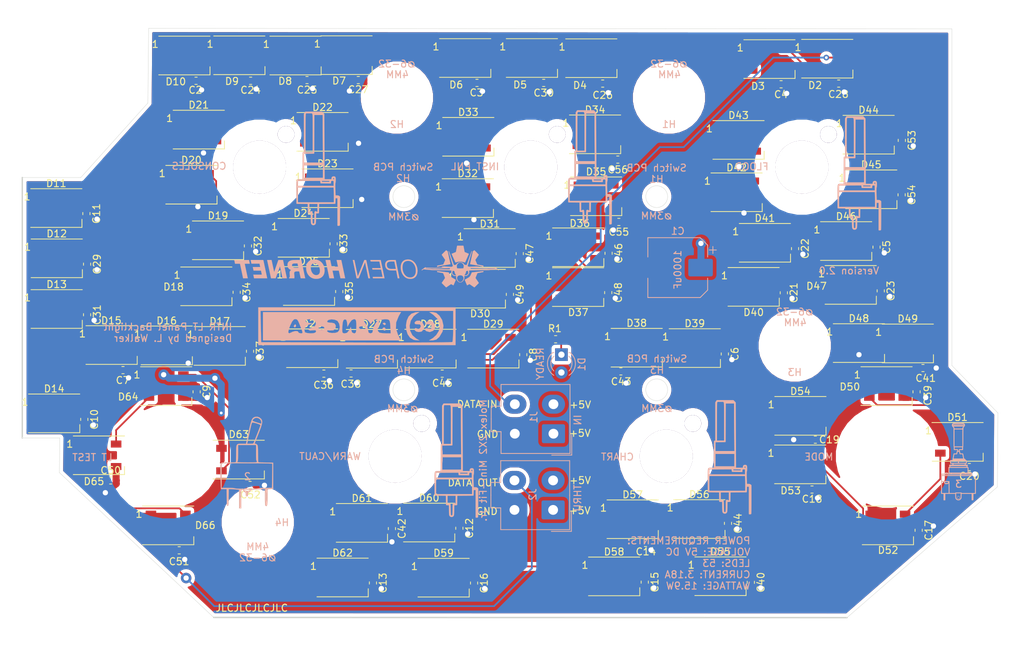
<source format=kicad_pcb>
(kicad_pcb (version 20171130) (host pcbnew "(5.1.6)-1")
  (layers (0 F.Cu signal) (31 B.Cu signal) (34 B.Paste user hide) (35 F.Paste user hide) (36 B.SilkS user) (37 F.SilkS user) (38 B.Mask user hide) (39 F.Mask user hide) (44 Edge.Cuts user))
  (net 0 "")
  (net 1 /LEDGND)
  (net 2 /LED+5V)
  (net 3 "Net-(D1-Pad1)")
  (net 4 "Net-(D2-Pad2)")
  (net 5 /DATAIN)
  (net 6 "Net-(D3-Pad2)")
  (net 7 "Net-(D4-Pad2)")
  (net 8 "Net-(D5-Pad2)")
  (net 9 "Net-(D6-Pad2)")
  (net 10 "Net-(D7-Pad2)")
  (net 11 "Net-(D8-Pad2)")
  (net 12 "Net-(D10-Pad4)")
  (net 13 "Net-(D10-Pad2)")
  (net 14 "Net-(D11-Pad2)")
  (net 15 "Net-(D12-Pad2)")
  (net 16 "Net-(D14-Pad2)")
  (net 17 "Net-(D15-Pad2)")
  (net 18 "Net-(D16-Pad2)")
  (net 19 "Net-(D17-Pad2)")
  (net 20 "Net-(D18-Pad2)")
  (net 21 "Net-(D19-Pad2)")
  (net 22 "Net-(D20-Pad2)")
  (net 23 "Net-(D21-Pad2)")
  (net 24 "Net-(D22-Pad2)")
  (net 25 "Net-(D23-Pad2)")
  (net 26 "Net-(D24-Pad2)")
  (net 27 "Net-(D26-Pad2)")
  (net 28 "Net-(D27-Pad2)")
  (net 29 "Net-(D28-Pad2)")
  (net 30 "Net-(D29-Pad2)")
  (net 31 "Net-(D30-Pad2)")
  (net 32 "Net-(D31-Pad2)")
  (net 33 "Net-(D32-Pad2)")
  (net 34 "Net-(D33-Pad2)")
  (net 35 "Net-(D34-Pad2)")
  (net 36 "Net-(D35-Pad2)")
  (net 37 "Net-(D36-Pad2)")
  (net 38 /DATAOUT)
  (net 39 "Net-(D38-Pad2)")
  (net 40 "Net-(D39-Pad2)")
  (net 41 "Net-(D40-Pad2)")
  (net 42 "Net-(D41-Pad2)")
  (net 43 "Net-(D42-Pad2)")
  (net 44 "Net-(D43-Pad2)")
  (net 45 "Net-(D44-Pad2)")
  (net 46 "Net-(D45-Pad2)")
  (net 47 "Net-(D46-Pad2)")
  (net 48 "Net-(D47-Pad2)")
  (net 49 "Net-(D48-Pad2)")
  (net 50 "Net-(D50-Pad2)")
  (net 51 "Net-(D51-Pad2)")
  (net 52 "Net-(D52-Pad2)")
  (net 53 "Net-(D53-Pad2)")
  (net 54 "Net-(D13-Pad2)")
  (net 55 "Net-(D25-Pad2)")
  (net 56 "Net-(D37-Pad2)")
  (net 57 "Net-(D49-Pad2)")
  (net 58 "Net-(D54-Pad2)")
  (net 59 "Net-(D55-Pad2)")
  (net 60 "Net-(D56-Pad2)")
  (net 61 "Net-(D57-Pad2)")
  (net 62 "Net-(D58-Pad2)")
  (net 63 "Net-(D59-Pad2)")
  (net 64 "Net-(D60-Pad2)")
  (net 65 "Net-(D61-Pad2)")
  (net 66 "Net-(D62-Pad2)")
  (net 67 "Net-(D63-Pad2)")
  (net 68 "Net-(D64-Pad2)")
  (net 69 "Net-(D65-Pad2)")
  (module OH_Backlighting:BR10K_Pot_Silkscreen (layer B.Cu) (at 158.85 67.675 180)
    (fp_text reference G*** hide)
    (fp_text value LOGO hide)
  )
  (module OH_Backlighting:BR10K_Pot_Silkscreen (layer B.Cu) (at 120.5 66.825 180)
    (fp_text reference G*** hide)
    (fp_text value LOGO hide)
  )
  (module OH_Backlighting:BR10K_Pot_Silkscreen (layer B.Cu) (at 81.8 67.025 180)
    (fp_text reference G*** hide)
    (fp_text value LOGO hide)
  )
  (module OH_Backlighting:BR10K_Pot_Silkscreen (layer B.Cu) (at 101.475 108.575 180)
    (fp_text reference G*** hide)
    (fp_text value LOGO hide)
  )
  (module OH_Backlighting:BR10K_Pot_Silkscreen (layer B.Cu) (at 140.375 108.1 180)
    (fp_text reference G*** hide)
    (fp_text value LOGO hide)
  )
  (module Capacitor_SMD:C_0603_1608Metric (layer F.Cu) (at 124.6125 74.6 180)
    (fp_text reference C55 (at 0 -1.43) (layer F.SilkS))
    (fp_text value C)
    (pad 2 smd roundrect (at 0.7875 0 180) (size 0.875 0.95) (layers F.Cu F.Paste F.Mask) (net 1 /LEDGND))
    (pad 1 smd roundrect (at -0.7875 0 180) (size 0.875 0.95) (layers F.Cu F.Paste F.Mask) (net 2 /LED+5V))
  )
  (module LED_SMD:LED_WS2812B_PLCC4_5.0x5.0mm_P3.2mm (layer F.Cu) (at 160.55 69.95)
    (fp_text reference D45 (at 0 -3.5) (layer F.SilkS))
    (fp_text value WS2812B)
    (fp_text user 1 (at -4.15 -1.6) (layer F.SilkS))
    (pad 1 smd rect (at -2.45 -1.6) (size 1.5 1) (layers F.Cu F.Paste F.Mask) (net 2 /LED+5V))
    (pad 2 smd rect (at -2.45 1.6) (size 1.5 1) (layers F.Cu F.Paste F.Mask) (net 46 "Net-(D45-Pad2)"))
    (pad 4 smd rect (at 2.45 -1.6) (size 1.5 1) (layers F.Cu F.Paste F.Mask) (net 45 "Net-(D44-Pad2)"))
    (pad 3 smd rect (at 2.45 1.6) (size 1.5 1) (layers F.Cu F.Paste F.Mask) (net 1 /LEDGND))
  )
  (module LED_SMD:LED_WS2812B_PLCC4_5.0x5.0mm_P3.2mm (layer F.Cu) (at 160.175 62.175)
    (fp_text reference D44 (at 0 -3.5) (layer F.SilkS))
    (fp_text value WS2812B)
    (fp_text user 1 (at -4.15 -1.6) (layer F.SilkS))
    (pad 1 smd rect (at -2.45 -1.6) (size 1.5 1) (layers F.Cu F.Paste F.Mask) (net 2 /LED+5V))
    (pad 2 smd rect (at -2.45 1.6) (size 1.5 1) (layers F.Cu F.Paste F.Mask) (net 45 "Net-(D44-Pad2)"))
    (pad 4 smd rect (at 2.45 -1.6) (size 1.5 1) (layers F.Cu F.Paste F.Mask) (net 44 "Net-(D43-Pad2)"))
    (pad 3 smd rect (at 2.45 1.6) (size 1.5 1) (layers F.Cu F.Paste F.Mask) (net 1 /LEDGND))
  )
  (module LED_SMD:LED_WS2812B_PLCC4_5.0x5.0mm_P3.2mm (layer F.Cu) (at 141.65 62.925)
    (fp_text reference D43 (at 0 -3.5) (layer F.SilkS))
    (fp_text value WS2812B)
    (fp_text user 1 (at -4.15 -1.6) (layer F.SilkS))
    (pad 1 smd rect (at -2.45 -1.6) (size 1.5 1) (layers F.Cu F.Paste F.Mask) (net 2 /LED+5V))
    (pad 2 smd rect (at -2.45 1.6) (size 1.5 1) (layers F.Cu F.Paste F.Mask) (net 44 "Net-(D43-Pad2)"))
    (pad 4 smd rect (at 2.45 -1.6) (size 1.5 1) (layers F.Cu F.Paste F.Mask) (net 43 "Net-(D42-Pad2)"))
    (pad 3 smd rect (at 2.45 1.6) (size 1.5 1) (layers F.Cu F.Paste F.Mask) (net 1 /LEDGND))
  )
  (module LED_SMD:LED_WS2812B_PLCC4_5.0x5.0mm_P3.2mm (layer F.Cu) (at 141.375 70.375)
    (fp_text reference D42 (at 0 -3.5) (layer F.SilkS))
    (fp_text value WS2812B)
    (fp_text user 1 (at -4.15 -1.6) (layer F.SilkS))
    (pad 1 smd rect (at -2.45 -1.6) (size 1.5 1) (layers F.Cu F.Paste F.Mask) (net 2 /LED+5V))
    (pad 2 smd rect (at -2.45 1.6) (size 1.5 1) (layers F.Cu F.Paste F.Mask) (net 43 "Net-(D42-Pad2)"))
    (pad 4 smd rect (at 2.45 -1.6) (size 1.5 1) (layers F.Cu F.Paste F.Mask) (net 42 "Net-(D41-Pad2)"))
    (pad 3 smd rect (at 2.45 1.6) (size 1.5 1) (layers F.Cu F.Paste F.Mask) (net 1 /LEDGND))
  )
  (module LED_SMD:LED_WS2812B_PLCC4_5.0x5.0mm_P3.2mm (layer F.Cu) (at 121.375 70.95)
    (fp_text reference D35 (at 0 -3.5) (layer F.SilkS))
    (fp_text value WS2812B)
    (fp_text user 1 (at -4.15 -1.6) (layer F.SilkS))
    (pad 1 smd rect (at -2.45 -1.6) (size 1.5 1) (layers F.Cu F.Paste F.Mask) (net 2 /LED+5V))
    (pad 2 smd rect (at -2.45 1.6) (size 1.5 1) (layers F.Cu F.Paste F.Mask) (net 36 "Net-(D35-Pad2)"))
    (pad 4 smd rect (at 2.45 -1.6) (size 1.5 1) (layers F.Cu F.Paste F.Mask) (net 35 "Net-(D34-Pad2)"))
    (pad 3 smd rect (at 2.45 1.6) (size 1.5 1) (layers F.Cu F.Paste F.Mask) (net 1 /LEDGND))
  )
  (module LED_SMD:LED_WS2812B_PLCC4_5.0x5.0mm_P3.2mm (layer F.Cu) (at 121.225 62.125)
    (fp_text reference D34 (at 0 -3.5) (layer F.SilkS))
    (fp_text value WS2812B)
    (fp_text user 1 (at -4.15 -1.6) (layer F.SilkS))
    (pad 1 smd rect (at -2.45 -1.6) (size 1.5 1) (layers F.Cu F.Paste F.Mask) (net 2 /LED+5V))
    (pad 2 smd rect (at -2.45 1.6) (size 1.5 1) (layers F.Cu F.Paste F.Mask) (net 35 "Net-(D34-Pad2)"))
    (pad 4 smd rect (at 2.45 -1.6) (size 1.5 1) (layers F.Cu F.Paste F.Mask) (net 34 "Net-(D33-Pad2)"))
    (pad 3 smd rect (at 2.45 1.6) (size 1.5 1) (layers F.Cu F.Paste F.Mask) (net 1 /LEDGND))
  )
  (module LED_SMD:LED_WS2812B_PLCC4_5.0x5.0mm_P3.2mm (layer F.Cu) (at 103.175 62.475)
    (fp_text reference D33 (at 0 -3.5) (layer F.SilkS))
    (fp_text value WS2812B)
    (fp_text user 1 (at -4.15 -1.6) (layer F.SilkS))
    (pad 1 smd rect (at -2.45 -1.6) (size 1.5 1) (layers F.Cu F.Paste F.Mask) (net 2 /LED+5V))
    (pad 2 smd rect (at -2.45 1.6) (size 1.5 1) (layers F.Cu F.Paste F.Mask) (net 34 "Net-(D33-Pad2)"))
    (pad 4 smd rect (at 2.45 -1.6) (size 1.5 1) (layers F.Cu F.Paste F.Mask) (net 33 "Net-(D32-Pad2)"))
    (pad 3 smd rect (at 2.45 1.6) (size 1.5 1) (layers F.Cu F.Paste F.Mask) (net 1 /LEDGND))
  )
  (module LED_SMD:LED_WS2812B_PLCC4_5.0x5.0mm_P3.2mm (layer F.Cu) (at 103.1 71.2)
    (fp_text reference D32 (at 0 -3.5) (layer F.SilkS))
    (fp_text value WS2812B)
    (fp_text user 1 (at -4.15 -1.6) (layer F.SilkS))
    (pad 1 smd rect (at -2.45 -1.6) (size 1.5 1) (layers F.Cu F.Paste F.Mask) (net 2 /LED+5V))
    (pad 2 smd rect (at -2.45 1.6) (size 1.5 1) (layers F.Cu F.Paste F.Mask) (net 33 "Net-(D32-Pad2)"))
    (pad 4 smd rect (at 2.45 -1.6) (size 1.5 1) (layers F.Cu F.Paste F.Mask) (net 32 "Net-(D31-Pad2)"))
    (pad 3 smd rect (at 2.45 1.6) (size 1.5 1) (layers F.Cu F.Paste F.Mask) (net 1 /LEDGND))
  )
  (module LED_SMD:LED_WS2812B_PLCC4_5.0x5.0mm_P3.2mm (layer F.Cu) (at 83.125 69.8)
    (fp_text reference D23 (at 0 -3.5) (layer F.SilkS))
    (fp_text value WS2812B)
    (fp_text user 1 (at -4.15 -1.6) (layer F.SilkS))
    (pad 1 smd rect (at -2.45 -1.6) (size 1.5 1) (layers F.Cu F.Paste F.Mask) (net 2 /LED+5V))
    (pad 2 smd rect (at -2.45 1.6) (size 1.5 1) (layers F.Cu F.Paste F.Mask) (net 25 "Net-(D23-Pad2)"))
    (pad 4 smd rect (at 2.45 -1.6) (size 1.5 1) (layers F.Cu F.Paste F.Mask) (net 24 "Net-(D22-Pad2)"))
    (pad 3 smd rect (at 2.45 1.6) (size 1.5 1) (layers F.Cu F.Paste F.Mask) (net 1 /LEDGND))
  )
  (module LED_SMD:LED_WS2812B_PLCC4_5.0x5.0mm_P3.2mm (layer F.Cu) (at 82.425 61.775)
    (fp_text reference D22 (at 0 -3.5) (layer F.SilkS))
    (fp_text value WS2812B)
    (fp_text user 1 (at -4.15 -1.6) (layer F.SilkS))
    (pad 1 smd rect (at -2.45 -1.6) (size 1.5 1) (layers F.Cu F.Paste F.Mask) (net 2 /LED+5V))
    (pad 2 smd rect (at -2.45 1.6) (size 1.5 1) (layers F.Cu F.Paste F.Mask) (net 24 "Net-(D22-Pad2)"))
    (pad 4 smd rect (at 2.45 -1.6) (size 1.5 1) (layers F.Cu F.Paste F.Mask) (net 23 "Net-(D21-Pad2)"))
    (pad 3 smd rect (at 2.45 1.6) (size 1.5 1) (layers F.Cu F.Paste F.Mask) (net 1 /LEDGND))
  )
  (module LED_SMD:LED_WS2812B_PLCC4_5.0x5.0mm_P3.2mm (layer F.Cu) (at 64.8 61.45)
    (fp_text reference D21 (at 0 -3.5) (layer F.SilkS))
    (fp_text value WS2812B)
    (fp_text user 1 (at -4.15 -1.6) (layer F.SilkS))
    (pad 1 smd rect (at -2.45 -1.6) (size 1.5 1) (layers F.Cu F.Paste F.Mask) (net 2 /LED+5V))
    (pad 2 smd rect (at -2.45 1.6) (size 1.5 1) (layers F.Cu F.Paste F.Mask) (net 23 "Net-(D21-Pad2)"))
    (pad 4 smd rect (at 2.45 -1.6) (size 1.5 1) (layers F.Cu F.Paste F.Mask) (net 22 "Net-(D20-Pad2)"))
    (pad 3 smd rect (at 2.45 1.6) (size 1.5 1) (layers F.Cu F.Paste F.Mask) (net 1 /LEDGND))
  )
  (module LED_SMD:LED_WS2812B_PLCC4_5.0x5.0mm_P3.2mm (layer F.Cu) (at 63.75 69.3)
    (fp_text reference D20 (at 0 -3.5) (layer F.SilkS))
    (fp_text value WS2812B)
    (fp_text user 1 (at -4.15 -1.6) (layer F.SilkS))
    (pad 1 smd rect (at -2.45 -1.6) (size 1.5 1) (layers F.Cu F.Paste F.Mask) (net 2 /LED+5V))
    (pad 2 smd rect (at -2.45 1.6) (size 1.5 1) (layers F.Cu F.Paste F.Mask) (net 22 "Net-(D20-Pad2)"))
    (pad 4 smd rect (at 2.45 -1.6) (size 1.5 1) (layers F.Cu F.Paste F.Mask) (net 21 "Net-(D19-Pad2)"))
    (pad 3 smd rect (at 2.45 1.6) (size 1.5 1) (layers F.Cu F.Paste F.Mask) (net 1 /LEDGND))
  )
  (module Capacitor_SMD:C_0603_1608Metric (layer F.Cu) (at 124.4625 65.725 180)
    (fp_text reference C56 (at 0 -1.43) (layer F.SilkS))
    (fp_text value C)
    (pad 2 smd roundrect (at 0.7875 0 180) (size 0.875 0.95) (layers F.Cu F.Paste F.Mask) (net 1 /LEDGND))
    (pad 1 smd roundrect (at -0.7875 0 180) (size 0.875 0.95) (layers F.Cu F.Paste F.Mask) (net 2 /LED+5V))
  )
  (module Capacitor_SMD:C_0603_1608Metric (layer F.Cu) (at 164.875 70.7375 270)
    (fp_text reference C54 (at 0 -1.43 90) (layer F.SilkS))
    (fp_text value C)
    (pad 2 smd roundrect (at 0.7875 0 270) (size 0.875 0.95) (layers F.Cu F.Paste F.Mask) (net 1 /LEDGND))
    (pad 1 smd roundrect (at -0.7875 0 270) (size 0.875 0.95) (layers F.Cu F.Paste F.Mask) (net 2 /LED+5V))
  )
  (module Capacitor_SMD:C_0603_1608Metric (layer F.Cu) (at 164.9 62.9875 270)
    (fp_text reference C53 (at 0 -1.43 90) (layer F.SilkS))
    (fp_text value C)
    (pad 2 smd roundrect (at 0.7875 0 270) (size 0.875 0.95) (layers F.Cu F.Paste F.Mask) (net 1 /LEDGND))
    (pad 1 smd roundrect (at -0.7875 0 270) (size 0.875 0.95) (layers F.Cu F.Paste F.Mask) (net 2 /LED+5V))
  )
  (module OH_Backlighting:BR10K_Pot_11mm_x_11mm (layer F.Cu) (at 150.6728 66.802 141)
    (fp_text reference 9 hide)
    (fp_text value BR10K_Pot_11mm_x_11mm hide)
    (pad "" np_thru_hole circle (at 0 0 141) (size 7.540752 7.540752) (drill 7.54) (layers *.Mask B.Cu) (clearance 3))
    (pad "" np_thru_hole circle (at 0 6 141) (size 2.38125 2.38125) (drill 2.38) (layers *.Cu *.Mask) (clearance 1))
    (pad "" np_thru_hole circle (at 0 0 141) (size 7.540752 7.540752) (drill 7.54) (layers *.Mask F.Cu) (clearance 4))
  )
  (module OH_Backlighting:BR10K_Pot_11mm_x_11mm (layer F.Cu) (at 112.0648 66.802 141)
    (fp_text reference 8 hide)
    (fp_text value BR10K_Pot_11mm_x_11mm hide)
    (pad "" np_thru_hole circle (at 0 0 141) (size 7.540752 7.540752) (drill 7.54) (layers *.Mask B.Cu) (clearance 3))
    (pad "" np_thru_hole circle (at 0 6 141) (size 2.38125 2.38125) (drill 2.38) (layers *.Cu *.Mask) (clearance 1))
    (pad "" np_thru_hole circle (at 0 0 141) (size 7.540752 7.540752) (drill 7.54) (layers *.Mask F.Cu) (clearance 4))
  )
  (module OH_Backlighting:BR10K_Pot_11mm_x_11mm (layer F.Cu) (at 73.4568 66.802 141)
    (fp_text reference 7 hide)
    (fp_text value BR10K_Pot_11mm_x_11mm hide)
    (pad "" np_thru_hole circle (at 0 0 141) (size 7.540752 7.540752) (drill 7.54) (layers *.Mask B.Cu) (clearance 3))
    (pad "" np_thru_hole circle (at 0 6 141) (size 2.38125 2.38125) (drill 2.38) (layers *.Cu *.Mask) (clearance 1))
    (pad "" np_thru_hole circle (at 0 0 141) (size 7.540752 7.540752) (drill 7.54) (layers *.Mask F.Cu) (clearance 4))
  )
  (module OH_Backlighting:OH_Panel_6-32_PHS (layer F.Cu) (at 131.7498 56.896)
    (fp_text reference 7 hide)
    (fp_text value OH_Panel_Fastner_Keepout hide)
    (fp_text user 4MM (at 0.075 -3.275 180) (layer B.SilkS) (effects (justify mirror)))
    (fp_text user H1 (at 0 3.81) (layer B.SilkS) (effects (justify mirror)))
    (fp_text user ⌀6-32 (at 0 -4.8) (layer B.SilkS) (effects (justify mirror)))
    (pad "" np_thru_hole circle (at 0 0) (size 4.3 4.3) (drill 4.3) (layers *.Cu *.Mask) (clearance 3))
  )
  (module OH_Backlighting:OH_Panel_6-32_PHS (layer F.Cu) (at 93.0148 56.896)
    (fp_text reference 7 hide)
    (fp_text value OH_Panel_Fastner_Keepout hide)
    (fp_text user 4MM (at 0.075 -3.275 180) (layer B.SilkS) (effects (justify mirror)))
    (fp_text user H2 (at 0 3.81) (layer B.SilkS) (effects (justify mirror)))
    (fp_text user ⌀6-32 (at 0 -4.8) (layer B.SilkS) (effects (justify mirror)))
    (pad "" np_thru_hole circle (at 0 0) (size 4.3 4.3) (drill 4.3) (layers *.Cu *.Mask) (clearance 3))
  )
  (module OH_Backlighting:OH_Panel_6-32_PHS (layer F.Cu) (at 149.6568 92.202)
    (fp_text reference 6 hide)
    (fp_text value OH_Panel_Fastner_Keepout hide)
    (fp_text user 4MM (at 0.075 -3.275 180) (layer B.SilkS) (effects (justify mirror)))
    (fp_text user H3 (at 0 3.81) (layer B.SilkS) (effects (justify mirror)))
    (fp_text user ⌀6-32 (at 0 -4.8) (layer B.SilkS) (effects (justify mirror)))
    (pad "" np_thru_hole circle (at 0 0) (size 4.3 4.3) (drill 4.3) (layers *.Cu *.Mask) (clearance 3))
  )
  (module OH_Backlighting:OH_Panel_6-32_PHS (layer F.Cu) (at 73.2028 117.348)
    (fp_text reference 5 hide)
    (fp_text value OH_Panel_Fastner_Keepout hide)
    (fp_text user 4MM (at -0.0028 3.502 180) (layer B.SilkS) (effects (justify mirror)))
    (fp_text user H4 (at 3.4472 0.052) (layer B.SilkS) (effects (justify mirror)))
    (fp_text user ⌀6-32 (at 0 5.052) (layer B.SilkS) (effects (justify mirror)))
    (pad "" np_thru_hole circle (at 0 0) (size 4.3 4.3) (drill 4.3) (layers *.Cu *.Mask) (clearance 3))
  )
  (module OH_Backlighting:SxAL_Toggle_13x13mm (layer F.Cu) (at 162.8648 107.95)
    (fp_text reference REF** hide)
    (fp_text value SxAL_Toggle_13x13mm hide)
    (pad "" np_thru_hole circle (at 0 0) (size 12.7 12.7) (drill 12.7) (layers *.Mask F.Cu) (clearance 1))
    (pad "" np_thru_hole circle (at 0 0) (size 12.7 12.7) (drill 12.7) (layers *.Mask B.Cu) (clearance 2.65))
  )
  (module OH_Backlighting:BR10K_Pot_11mm_x_11mm (layer F.Cu) (at 131.3688 107.95 141)
    (fp_text reference 3 hide)
    (fp_text value BR10K_Pot_11mm_x_11mm hide)
    (pad "" np_thru_hole circle (at 0 0 141) (size 7.540752 7.540752) (drill 7.54) (layers *.Mask B.Cu) (clearance 3))
    (pad "" np_thru_hole circle (at 0 6 141) (size 2.38125 2.38125) (drill 2.38) (layers *.Cu *.Mask) (clearance 1))
    (pad "" np_thru_hole circle (at 0 0 141) (size 7.540752 7.540752) (drill 7.54) (layers *.Mask F.Cu) (clearance 3))
  )
  (module OH_Backlighting:BR10K_Pot_11mm_x_11mm (layer F.Cu) (at 92.7608 107.95 141)
    (fp_text reference 2 hide)
    (fp_text value BR10K_Pot_11mm_x_11mm hide)
    (pad "" np_thru_hole circle (at 0 0 141) (size 7.540752 7.540752) (drill 7.54) (layers *.Mask B.Cu) (clearance 3))
    (pad "" np_thru_hole circle (at 0 6 141) (size 2.38125 2.38125) (drill 2.38) (layers *.Cu *.Mask) (clearance 1))
    (pad "" np_thru_hole circle (at 0 0 141) (size 7.540752 7.540752) (drill 7.54) (layers *.Mask F.Cu) (clearance 3))
  )
  (module OH_Backlighting:631H_Toggle_13mm_x_13mm (layer F.Cu) (at 60.5028 107.95)
    (fp_text reference 1 hide)
    (fp_text value 631H_Toggle_13mm_x_13mm hide)
    (pad "" np_thru_hole circle (at 0 0) (size 12.7 12.7) (drill 12.7) (layers B.Cu) (clearance 2.5))
    (pad "" np_thru_hole circle (at 0 0) (size 12.7 12.7) (drill 12.7) (layers *.Mask F.Cu) (clearance 1))
  )
  (module OH_General:CC-BY-NC-SA-Small (layer B.Cu) (at 87.4 89.45 180)
    (fp_text reference G*** hide)
    (fp_text value LOGO hide)
  )
  (module OH_General:OH_LOGO_37.7mm_5.9mm (layer B.Cu) (at 88.7 80.95 180)
    (fp_text reference G*** hide)
    (fp_text value LOGO hide)
  )
  (module Capacitor_SMD:C_0603_1608Metric (layer F.Cu) (at 72.1125 112.05)
    (fp_text reference C52 (at 0.0375 1.4) (layer F.SilkS))
    (fp_text value C)
    (pad 2 smd roundrect (at 0.7875 0) (size 0.875 0.95) (layers F.Cu F.Paste F.Mask) (net 1 /LEDGND))
    (pad 1 smd roundrect (at -0.7875 0) (size 0.875 0.95) (layers F.Cu F.Paste F.Mask) (net 2 /LED+5V))
  )
  (module Capacitor_SMD:C_0603_1608Metric (layer F.Cu) (at 62.0125 121.35)
    (fp_text reference C51 (at -0.0125 1.6) (layer F.SilkS))
    (fp_text value C)
    (pad 2 smd roundrect (at 0.7875 0) (size 0.875 0.95) (layers F.Cu F.Paste F.Mask) (net 1 /LEDGND))
    (pad 1 smd roundrect (at -0.7875 0) (size 0.875 0.95) (layers F.Cu F.Paste F.Mask) (net 2 /LED+5V))
  )
  (module Capacitor_SMD:C_0603_1608Metric (layer F.Cu) (at 52.2625 111.4)
    (fp_text reference C50 (at 0 -1.43) (layer F.SilkS))
    (fp_text value C)
    (pad 2 smd roundrect (at 0.7875 0) (size 0.875 0.95) (layers F.Cu F.Paste F.Mask) (net 1 /LEDGND))
    (pad 1 smd roundrect (at -0.7875 0) (size 0.875 0.95) (layers F.Cu F.Paste F.Mask) (net 2 /LED+5V))
  )
  (module Capacitor_SMD:C_0603_1608Metric (layer F.Cu) (at 109.1 84.9125 270)
    (fp_text reference C49 (at 0 -1.43 90) (layer F.SilkS))
    (fp_text value C)
    (pad 2 smd roundrect (at 0.7875 0 270) (size 0.875 0.95) (layers F.Cu F.Paste F.Mask) (net 1 /LEDGND))
    (pad 1 smd roundrect (at -0.7875 0 270) (size 0.875 0.95) (layers F.Cu F.Paste F.Mask) (net 2 /LED+5V))
  )
  (module Capacitor_SMD:C_0603_1608Metric (layer F.Cu) (at 123.1 84.6625 270)
    (fp_text reference C48 (at 0 -1.43 90) (layer F.SilkS))
    (fp_text value C)
    (pad 2 smd roundrect (at 0.7875 0 270) (size 0.875 0.95) (layers F.Cu F.Paste F.Mask) (net 1 /LEDGND))
    (pad 1 smd roundrect (at -0.7875 0 270) (size 0.875 0.95) (layers F.Cu F.Paste F.Mask) (net 2 /LED+5V))
  )
  (module Capacitor_SMD:C_0603_1608Metric (layer F.Cu) (at 110.5 79.1125 270)
    (fp_text reference C47 (at 0 -1.43 90) (layer F.SilkS))
    (fp_text value C)
    (pad 2 smd roundrect (at 0.7875 0 270) (size 0.875 0.95) (layers F.Cu F.Paste F.Mask) (net 1 /LEDGND))
    (pad 1 smd roundrect (at -0.7875 0 270) (size 0.875 0.95) (layers F.Cu F.Paste F.Mask) (net 2 /LED+5V))
  )
  (module Capacitor_SMD:C_0603_1608Metric (layer F.Cu) (at 123.15 79.0625 270)
    (fp_text reference C46 (at 0 -1.43 90) (layer F.SilkS))
    (fp_text value C)
    (pad 2 smd roundrect (at 0.7875 0 270) (size 0.875 0.95) (layers F.Cu F.Paste F.Mask) (net 1 /LEDGND))
    (pad 1 smd roundrect (at -0.7875 0 270) (size 0.875 0.95) (layers F.Cu F.Paste F.Mask) (net 2 /LED+5V))
  )
  (module Capacitor_SMD:C_0603_1608Metric (layer F.Cu) (at 99.4625 96.2)
    (fp_text reference C45 (at 0.0125 1.35) (layer F.SilkS))
    (fp_text value C)
    (pad 2 smd roundrect (at 0.7875 0) (size 0.875 0.95) (layers F.Cu F.Paste F.Mask) (net 1 /LEDGND))
    (pad 1 smd roundrect (at -0.7875 0) (size 0.875 0.95) (layers F.Cu F.Paste F.Mask) (net 2 /LED+5V))
  )
  (module Capacitor_SMD:C_0603_1608Metric (layer F.Cu) (at 140.15 117.5125 270)
    (fp_text reference C44 (at 0 -1.43 90) (layer F.SilkS))
    (fp_text value C)
    (pad 2 smd roundrect (at 0.7875 0 270) (size 0.875 0.95) (layers F.Cu F.Paste F.Mask) (net 1 /LEDGND))
    (pad 1 smd roundrect (at -0.7875 0 270) (size 0.875 0.95) (layers F.Cu F.Paste F.Mask) (net 2 /LED+5V))
  )
  (module Capacitor_SMD:C_0603_1608Metric (layer F.Cu) (at 124.9 95.875)
    (fp_text reference C43 (at 0.0375 1.45) (layer F.SilkS))
    (fp_text value C)
    (pad 2 smd roundrect (at 0.7875 0) (size 0.875 0.95) (layers F.Cu F.Paste F.Mask) (net 1 /LEDGND))
    (pad 1 smd roundrect (at -0.7875 0) (size 0.875 0.95) (layers F.Cu F.Paste F.Mask) (net 2 /LED+5V))
  )
  (module Capacitor_SMD:C_0603_1608Metric (layer F.Cu) (at 92.3 118.2625 270)
    (fp_text reference C42 (at 0 -1.43 90) (layer F.SilkS))
    (fp_text value C)
    (pad 2 smd roundrect (at 0.7875 0 270) (size 0.875 0.95) (layers F.Cu F.Paste F.Mask) (net 1 /LEDGND))
    (pad 1 smd roundrect (at -0.7875 0 270) (size 0.875 0.95) (layers F.Cu F.Paste F.Mask) (net 2 /LED+5V))
  )
  (module Capacitor_SMD:C_0603_1608Metric (layer F.Cu) (at 167.9125 95.4)
    (fp_text reference C41 (at 0.3875 1.45) (layer F.SilkS))
    (fp_text value C)
    (pad 2 smd roundrect (at 0.7875 0) (size 0.875 0.95) (layers F.Cu F.Paste F.Mask) (net 1 /LEDGND))
    (pad 1 smd roundrect (at -0.7875 0) (size 0.875 0.95) (layers F.Cu F.Paste F.Mask) (net 2 /LED+5V))
  )
  (module Capacitor_SMD:C_0603_1608Metric (layer F.Cu) (at 143.4 125.9125 270)
    (fp_text reference C40 (at 0 -1.43 90) (layer F.SilkS))
    (fp_text value C)
    (pad 2 smd roundrect (at 0.7875 0 270) (size 0.875 0.95) (layers F.Cu F.Paste F.Mask) (net 1 /LEDGND))
    (pad 1 smd roundrect (at -0.7875 0 270) (size 0.875 0.95) (layers F.Cu F.Paste F.Mask) (net 2 /LED+5V))
  )
  (module Capacitor_SMD:C_0603_1608Metric (layer F.Cu) (at 167 98.7875 270)
    (fp_text reference C39 (at 0.5125 -1.6 90) (layer F.SilkS))
    (fp_text value C)
    (pad 2 smd roundrect (at 0.7875 0 270) (size 0.875 0.95) (layers F.Cu F.Paste F.Mask) (net 1 /LEDGND))
    (pad 1 smd roundrect (at -0.7875 0 270) (size 0.875 0.95) (layers F.Cu F.Paste F.Mask) (net 2 /LED+5V))
  )
  (module Capacitor_SMD:C_0603_1608Metric (layer F.Cu) (at 86.4875 96.175)
    (fp_text reference C38 (at -0.0375 1.5) (layer F.SilkS))
    (fp_text value C)
    (pad 2 smd roundrect (at 0.7875 0) (size 0.875 0.95) (layers F.Cu F.Paste F.Mask) (net 1 /LEDGND))
    (pad 1 smd roundrect (at -0.7875 0) (size 0.875 0.95) (layers F.Cu F.Paste F.Mask) (net 2 /LED+5V))
  )
  (module Capacitor_SMD:C_0603_1608Metric (layer F.Cu) (at 72.1 93.0125 270)
    (fp_text reference C37 (at 0 -1.43 90) (layer F.SilkS))
    (fp_text value C)
    (pad 2 smd roundrect (at 0.7875 0 270) (size 0.875 0.95) (layers F.Cu F.Paste F.Mask) (net 1 /LEDGND))
    (pad 1 smd roundrect (at -0.7875 0 270) (size 0.875 0.95) (layers F.Cu F.Paste F.Mask) (net 2 /LED+5V))
  )
  (module Capacitor_SMD:C_0603_1608Metric (layer F.Cu) (at 82.6125 96.2)
    (fp_text reference C36 (at -0.0375 1.625) (layer F.SilkS))
    (fp_text value C)
    (pad 2 smd roundrect (at 0.7875 0) (size 0.875 0.95) (layers F.Cu F.Paste F.Mask) (net 1 /LEDGND))
    (pad 1 smd roundrect (at -0.7875 0) (size 0.875 0.95) (layers F.Cu F.Paste F.Mask) (net 2 /LED+5V))
  )
  (module Capacitor_SMD:C_0603_1608Metric (layer F.Cu) (at 84.8 84.5125 270)
    (fp_text reference C35 (at 0 -1.43 90) (layer F.SilkS))
    (fp_text value C)
    (pad 2 smd roundrect (at 0.7875 0 270) (size 0.875 0.95) (layers F.Cu F.Paste F.Mask) (net 1 /LEDGND))
    (pad 1 smd roundrect (at -0.7875 0 270) (size 0.875 0.95) (layers F.Cu F.Paste F.Mask) (net 2 /LED+5V))
  )
  (module Capacitor_SMD:C_0603_1608Metric (layer F.Cu) (at 70.2 84.6125 270)
    (fp_text reference C34 (at 0 -1.43 90) (layer F.SilkS))
    (fp_text value C)
    (pad 2 smd roundrect (at 0.7875 0 270) (size 0.875 0.95) (layers F.Cu F.Paste F.Mask) (net 1 /LEDGND))
    (pad 1 smd roundrect (at -0.7875 0 270) (size 0.875 0.95) (layers F.Cu F.Paste F.Mask) (net 2 /LED+5V))
  )
  (module Capacitor_SMD:C_0603_1608Metric (layer F.Cu) (at 84 77.7125 270)
    (fp_text reference C33 (at 0 -1.43 90) (layer F.SilkS))
    (fp_text value C)
    (pad 2 smd roundrect (at 0.7875 0 270) (size 0.875 0.95) (layers F.Cu F.Paste F.Mask) (net 1 /LEDGND))
    (pad 1 smd roundrect (at -0.7875 0 270) (size 0.875 0.95) (layers F.Cu F.Paste F.Mask) (net 2 /LED+5V))
  )
  (module Capacitor_SMD:C_0603_1608Metric (layer F.Cu) (at 71.8 78.0125 270)
    (fp_text reference C32 (at 0 -1.43 90) (layer F.SilkS))
    (fp_text value C)
    (pad 2 smd roundrect (at 0.7875 0 270) (size 0.875 0.95) (layers F.Cu F.Paste F.Mask) (net 1 /LEDGND))
    (pad 1 smd roundrect (at -0.7875 0 270) (size 0.875 0.95) (layers F.Cu F.Paste F.Mask) (net 2 /LED+5V))
  )
  (module Capacitor_SMD:C_0603_1608Metric (layer F.Cu) (at 48.9 87.8125 270)
    (fp_text reference C31 (at 0 -1.43 90) (layer F.SilkS))
    (fp_text value C)
    (pad 2 smd roundrect (at 0.7875 0 270) (size 0.875 0.95) (layers F.Cu F.Paste F.Mask) (net 1 /LEDGND))
    (pad 1 smd roundrect (at -0.7875 0 270) (size 0.875 0.95) (layers F.Cu F.Paste F.Mask) (net 2 /LED+5V))
  )
  (module Capacitor_SMD:C_0603_1608Metric (layer F.Cu) (at 113.9125 54.8)
    (fp_text reference C30 (at 0.0125 1.425) (layer F.SilkS))
    (fp_text value C)
    (pad 2 smd roundrect (at 0.7875 0) (size 0.875 0.95) (layers F.Cu F.Paste F.Mask) (net 1 /LEDGND))
    (pad 1 smd roundrect (at -0.7875 0) (size 0.875 0.95) (layers F.Cu F.Paste F.Mask) (net 2 /LED+5V))
  )
  (module Capacitor_SMD:C_0603_1608Metric (layer F.Cu) (at 48.9 80.6125 270)
    (fp_text reference C29 (at 0 -1.43 90) (layer F.SilkS))
    (fp_text value C)
    (pad 2 smd roundrect (at 0.7875 0 270) (size 0.875 0.95) (layers F.Cu F.Paste F.Mask) (net 1 /LEDGND))
    (pad 1 smd roundrect (at -0.7875 0 270) (size 0.875 0.95) (layers F.Cu F.Paste F.Mask) (net 2 /LED+5V))
  )
  (module Capacitor_SMD:C_0603_1608Metric (layer F.Cu) (at 155.9125 54.9)
    (fp_text reference C28 (at -0.0375 1.525) (layer F.SilkS))
    (fp_text value C)
    (pad 2 smd roundrect (at 0.7875 0) (size 0.875 0.95) (layers F.Cu F.Paste F.Mask) (net 1 /LEDGND))
    (pad 1 smd roundrect (at -0.7875 0) (size 0.875 0.95) (layers F.Cu F.Paste F.Mask) (net 2 /LED+5V))
  )
  (module Capacitor_SMD:C_0603_1608Metric (layer F.Cu) (at 87.5125 54.4)
    (fp_text reference C27 (at -0.0125 1.35) (layer F.SilkS))
    (fp_text value C)
    (pad 2 smd roundrect (at 0.7875 0) (size 0.875 0.95) (layers F.Cu F.Paste F.Mask) (net 1 /LEDGND))
    (pad 1 smd roundrect (at -0.7875 0) (size 0.875 0.95) (layers F.Cu F.Paste F.Mask) (net 2 /LED+5V))
  )
  (module Capacitor_SMD:C_0603_1608Metric (layer F.Cu) (at 122.3125 54.9)
    (fp_text reference C26 (at 0 1.65) (layer F.SilkS))
    (fp_text value C)
    (pad 2 smd roundrect (at 0.7875 0) (size 0.875 0.95) (layers F.Cu F.Paste F.Mask) (net 1 /LEDGND))
    (pad 1 smd roundrect (at -0.7875 0) (size 0.875 0.95) (layers F.Cu F.Paste F.Mask) (net 2 /LED+5V))
  )
  (module Capacitor_SMD:C_0603_1608Metric (layer F.Cu) (at 80.2125 54.4)
    (fp_text reference C25 (at 0.0125 1.4) (layer F.SilkS))
    (fp_text value C)
    (pad 2 smd roundrect (at 0.7875 0) (size 0.875 0.95) (layers F.Cu F.Paste F.Mask) (net 1 /LEDGND))
    (pad 1 smd roundrect (at -0.7875 0) (size 0.875 0.95) (layers F.Cu F.Paste F.Mask) (net 2 /LED+5V))
  )
  (module Capacitor_SMD:C_0603_1608Metric (layer F.Cu) (at 72.1875 54.5)
    (fp_text reference C24 (at 0 1.325) (layer F.SilkS))
    (fp_text value C)
    (pad 2 smd roundrect (at 0.7875 0) (size 0.875 0.95) (layers F.Cu F.Paste F.Mask) (net 1 /LEDGND))
    (pad 1 smd roundrect (at -0.7875 0) (size 0.875 0.95) (layers F.Cu F.Paste F.Mask) (net 2 /LED+5V))
  )
  (module Resistor_SMD:R_0603_1608Metric (layer F.Cu) (at 115.6125 91.3 180)
    (fp_text reference R1 (at 0.1125 1.525) (layer F.SilkS))
    (fp_text value R)
    (pad 2 smd roundrect (at 0.7875 0 180) (size 0.875 0.95) (layers F.Cu F.Paste F.Mask) (net 1 /LEDGND))
    (pad 1 smd roundrect (at -0.7875 0 180) (size 0.875 0.95) (layers F.Cu F.Paste F.Mask) (net 3 "Net-(D1-Pad1)"))
  )
  (module Connector_Molex:Molex_Mini-Fit_Jr_5566-04A_2x02_P4.20mm_Vertical (layer B.Cu) (at 115.25 115.6 90)
    (fp_text reference J2 (at 2.2 -2.9 90) (layer B.SilkS) (effects (justify mirror)))
    (fp_text value Conn_01x04_Female)
    (pad 4 thru_hole oval (at 4.2 -5.5 90) (size 2.7 3.3) (drill 1.4) (layers *.Cu *.Mask) (net 38 /DATAOUT))
    (pad 3 thru_hole oval (at 0 -5.5 90) (size 2.7 3.3) (drill 1.4) (layers *.Cu *.Mask) (net 1 /LEDGND))
    (pad 2 thru_hole oval (at 4.2 0 90) (size 2.7 3.3) (drill 1.4) (layers *.Cu *.Mask) (net 2 /LED+5V))
    (pad 1 thru_hole roundrect (at 0 0 90) (size 2.7 3.3) (drill 1.4) (layers *.Cu *.Mask) (roundrect_rratio 0.09259299999999999) (net 2 /LED+5V))
  )
  (module Connector_Molex:Molex_Mini-Fit_Jr_5566-04A_2x02_P4.20mm_Vertical (layer B.Cu) (at 115.3 104.75 90)
    (fp_text reference J1 (at 2.35 -2.8 90) (layer B.SilkS) (effects (justify mirror)))
    (fp_text value Conn_01x04_Female)
    (pad 4 thru_hole oval (at 4.2 -5.5 90) (size 2.7 3.3) (drill 1.4) (layers *.Cu *.Mask) (net 5 /DATAIN))
    (pad 3 thru_hole oval (at 0 -5.5 90) (size 2.7 3.3) (drill 1.4) (layers *.Cu *.Mask) (net 1 /LEDGND))
    (pad 2 thru_hole oval (at 4.2 0 90) (size 2.7 3.3) (drill 1.4) (layers *.Cu *.Mask) (net 2 /LED+5V))
    (pad 1 thru_hole roundrect (at 0 0 90) (size 2.7 3.3) (drill 1.4) (layers *.Cu *.Mask) (roundrect_rratio 0.09259299999999999) (net 2 /LED+5V))
  )
  (module Capacitor_SMD:C_0603_1608Metric (layer F.Cu) (at 161.9 84.4125 270)
    (fp_text reference C23 (at 0 -1.43 90) (layer F.SilkS))
    (fp_text value C)
    (pad 2 smd roundrect (at 0.7875 0 270) (size 0.875 0.95) (layers F.Cu F.Paste F.Mask) (net 1 /LEDGND))
    (pad 1 smd roundrect (at -0.7875 0 270) (size 0.875 0.95) (layers F.Cu F.Paste F.Mask) (net 2 /LED+5V))
  )
  (module Capacitor_SMD:C_0603_1608Metric (layer F.Cu) (at 149.7 78.4 270)
    (fp_text reference C22 (at 0 -1.43 90) (layer F.SilkS))
    (fp_text value C)
    (pad 2 smd roundrect (at 0.7875 0 270) (size 0.875 0.95) (layers F.Cu F.Paste F.Mask) (net 1 /LEDGND))
    (pad 1 smd roundrect (at -0.7875 0 270) (size 0.875 0.95) (layers F.Cu F.Paste F.Mask) (net 2 /LED+5V))
  )
  (module Capacitor_SMD:C_0603_1608Metric (layer F.Cu) (at 148.1 84.6875 270)
    (fp_text reference C21 (at 0 -1.43 90) (layer F.SilkS))
    (fp_text value C)
    (pad 2 smd roundrect (at 0.7875 0 270) (size 0.875 0.95) (layers F.Cu F.Paste F.Mask) (net 1 /LEDGND))
    (pad 1 smd roundrect (at -0.7875 0 270) (size 0.875 0.95) (layers F.Cu F.Paste F.Mask) (net 2 /LED+5V))
  )
  (module Capacitor_SMD:C_0603_1608Metric (layer F.Cu) (at 174.5125 109.5)
    (fp_text reference C20 (at 0 1.3) (layer F.SilkS))
    (fp_text value C)
    (pad 2 smd roundrect (at 0.7875 0) (size 0.875 0.95) (layers F.Cu F.Paste F.Mask) (net 1 /LEDGND))
    (pad 1 smd roundrect (at -0.7875 0) (size 0.875 0.95) (layers F.Cu F.Paste F.Mask) (net 2 /LED+5V))
  )
  (module Capacitor_SMD:C_0603_1608Metric (layer F.Cu) (at 152.5875 105.6 180)
    (fp_text reference C19 (at -1.9875 0) (layer F.SilkS))
    (fp_text value C)
    (pad 2 smd roundrect (at 0.7875 0 180) (size 0.875 0.95) (layers F.Cu F.Paste F.Mask) (net 1 /LEDGND))
    (pad 1 smd roundrect (at -0.7875 0 180) (size 0.875 0.95) (layers F.Cu F.Paste F.Mask) (net 2 /LED+5V))
  )
  (module Capacitor_SMD:C_0603_1608Metric (layer F.Cu) (at 152.1125 112.7)
    (fp_text reference C18 (at 0.0125 1.35) (layer F.SilkS))
    (fp_text value C)
    (pad 2 smd roundrect (at 0.7875 0) (size 0.875 0.95) (layers F.Cu F.Paste F.Mask) (net 1 /LEDGND))
    (pad 1 smd roundrect (at -0.7875 0) (size 0.875 0.95) (layers F.Cu F.Paste F.Mask) (net 2 /LED+5V))
  )
  (module Capacitor_SMD:C_0603_1608Metric (layer F.Cu) (at 167.3 118.5 270)
    (fp_text reference C17 (at 0 -1.43 90) (layer F.SilkS))
    (fp_text value C)
    (pad 2 smd roundrect (at 0.7875 0 270) (size 0.875 0.95) (layers F.Cu F.Paste F.Mask) (net 1 /LEDGND))
    (pad 1 smd roundrect (at -0.7875 0 270) (size 0.875 0.95) (layers F.Cu F.Paste F.Mask) (net 2 /LED+5V))
  )
  (module Capacitor_SMD:C_0603_1608Metric (layer F.Cu) (at 104 126.0125 270)
    (fp_text reference C16 (at 0 -1.43 90) (layer F.SilkS))
    (fp_text value C)
    (pad 2 smd roundrect (at 0.7875 0 270) (size 0.875 0.95) (layers F.Cu F.Paste F.Mask) (net 1 /LEDGND))
    (pad 1 smd roundrect (at -0.7875 0 270) (size 0.875 0.95) (layers F.Cu F.Paste F.Mask) (net 2 /LED+5V))
  )
  (module Capacitor_SMD:C_0603_1608Metric (layer F.Cu) (at 128.3 125.8875 270)
    (fp_text reference C15 (at 0 -1.43 90) (layer F.SilkS))
    (fp_text value C)
    (pad 2 smd roundrect (at 0.7875 0 270) (size 0.875 0.95) (layers F.Cu F.Paste F.Mask) (net 1 /LEDGND))
    (pad 1 smd roundrect (at -0.7875 0 270) (size 0.875 0.95) (layers F.Cu F.Paste F.Mask) (net 2 /LED+5V))
  )
  (module Capacitor_SMD:C_0603_1608Metric (layer F.Cu) (at 128.4125 120.3)
    (fp_text reference C14 (at 0.0625 1.25) (layer F.SilkS))
    (fp_text value C)
    (pad 2 smd roundrect (at 0.7875 0) (size 0.875 0.95) (layers F.Cu F.Paste F.Mask) (net 1 /LEDGND))
    (pad 1 smd roundrect (at -0.7875 0) (size 0.875 0.95) (layers F.Cu F.Paste F.Mask) (net 2 /LED+5V))
  )
  (module Capacitor_SMD:C_0603_1608Metric (layer F.Cu) (at 89.6 126 270)
    (fp_text reference C13 (at 0 -1.43 90) (layer F.SilkS))
    (fp_text value C)
    (pad 2 smd roundrect (at 0.7875 0 270) (size 0.875 0.95) (layers F.Cu F.Paste F.Mask) (net 1 /LEDGND))
    (pad 1 smd roundrect (at -0.7875 0 270) (size 0.875 0.95) (layers F.Cu F.Paste F.Mask) (net 2 /LED+5V))
  )
  (module Capacitor_SMD:C_0603_1608Metric (layer F.Cu) (at 101.9 118.2125 270)
    (fp_text reference C12 (at 0 -1.43 90) (layer F.SilkS))
    (fp_text value C)
    (pad 2 smd roundrect (at 0.7875 0 270) (size 0.875 0.95) (layers F.Cu F.Paste F.Mask) (net 1 /LEDGND))
    (pad 1 smd roundrect (at -0.7875 0 270) (size 0.875 0.95) (layers F.Cu F.Paste F.Mask) (net 2 /LED+5V))
  )
  (module Capacitor_SMD:C_0603_1608Metric (layer F.Cu) (at 48.8 73.4125 270)
    (fp_text reference C11 (at 0 -1.43 90) (layer F.SilkS))
    (fp_text value C)
    (pad 2 smd roundrect (at 0.7875 0 270) (size 0.875 0.95) (layers F.Cu F.Paste F.Mask) (net 1 /LEDGND))
    (pad 1 smd roundrect (at -0.7875 0 270) (size 0.875 0.95) (layers F.Cu F.Paste F.Mask) (net 2 /LED+5V))
  )
  (module Capacitor_SMD:C_0603_1608Metric (layer F.Cu) (at 48.5 102.7125 270)
    (fp_text reference C10 (at 0 -1.43 90) (layer F.SilkS))
    (fp_text value C)
    (pad 2 smd roundrect (at 0.7875 0 270) (size 0.875 0.95) (layers F.Cu F.Paste F.Mask) (net 1 /LEDGND))
    (pad 1 smd roundrect (at -0.7875 0 270) (size 0.875 0.95) (layers F.Cu F.Paste F.Mask) (net 2 /LED+5V))
  )
  (module Capacitor_SMD:C_0603_1608Metric (layer F.Cu) (at 64.5 98.7875 270)
    (fp_text reference C9 (at 0 -1.43 90) (layer F.SilkS))
    (fp_text value C)
    (pad 2 smd roundrect (at 0.7875 0 270) (size 0.875 0.95) (layers F.Cu F.Paste F.Mask) (net 1 /LEDGND))
    (pad 1 smd roundrect (at -0.7875 0 270) (size 0.875 0.95) (layers F.Cu F.Paste F.Mask) (net 2 /LED+5V))
  )
  (module Capacitor_SMD:C_0603_1608Metric (layer F.Cu) (at 111 93.5 270)
    (fp_text reference C8 (at 0 -1.43 90) (layer F.SilkS))
    (fp_text value C)
    (pad 2 smd roundrect (at 0.7875 0 270) (size 0.875 0.95) (layers F.Cu F.Paste F.Mask) (net 1 /LEDGND))
    (pad 1 smd roundrect (at -0.7875 0 270) (size 0.875 0.95) (layers F.Cu F.Paste F.Mask) (net 2 /LED+5V))
  )
  (module Capacitor_SMD:C_0603_1608Metric (layer F.Cu) (at 54.0125 95.7)
    (fp_text reference C7 (at -0.0375 1.45) (layer F.SilkS))
    (fp_text value C)
    (pad 2 smd roundrect (at 0.7875 0) (size 0.875 0.95) (layers F.Cu F.Paste F.Mask) (net 1 /LEDGND))
    (pad 1 smd roundrect (at -0.7875 0) (size 0.875 0.95) (layers F.Cu F.Paste F.Mask) (net 2 /LED+5V))
  )
  (module Capacitor_SMD:C_0603_1608Metric (layer F.Cu) (at 139.7 93.4 270)
    (fp_text reference C6 (at 0 -1.43 90) (layer F.SilkS))
    (fp_text value C)
    (pad 2 smd roundrect (at 0.7875 0 270) (size 0.875 0.95) (layers F.Cu F.Paste F.Mask) (net 1 /LEDGND))
    (pad 1 smd roundrect (at -0.7875 0 270) (size 0.875 0.95) (layers F.Cu F.Paste F.Mask) (net 2 /LED+5V))
  )
  (module Capacitor_SMD:C_0603_1608Metric (layer F.Cu) (at 161.3 78.1875 270)
    (fp_text reference C5 (at 0 -1.43 90) (layer F.SilkS))
    (fp_text value C)
    (pad 2 smd roundrect (at 0.7875 0 270) (size 0.875 0.95) (layers F.Cu F.Paste F.Mask) (net 1 /LEDGND))
    (pad 1 smd roundrect (at -0.7875 0 270) (size 0.875 0.95) (layers F.Cu F.Paste F.Mask) (net 2 /LED+5V))
  )
  (module Capacitor_SMD:C_0603_1608Metric (layer F.Cu) (at 147.7125 55)
    (fp_text reference C4 (at -0.0125 1.45) (layer F.SilkS))
    (fp_text value C)
    (pad 2 smd roundrect (at 0.7875 0) (size 0.875 0.95) (layers F.Cu F.Paste F.Mask) (net 1 /LEDGND))
    (pad 1 smd roundrect (at -0.7875 0) (size 0.875 0.95) (layers F.Cu F.Paste F.Mask) (net 2 /LED+5V))
  )
  (module Capacitor_SMD:C_0603_1608Metric (layer F.Cu) (at 104.4125 54.8)
    (fp_text reference C3 (at -0.0625 1.4) (layer F.SilkS))
    (fp_text value C)
    (pad 2 smd roundrect (at 0.7875 0) (size 0.875 0.95) (layers F.Cu F.Paste F.Mask) (net 1 /LEDGND))
    (pad 1 smd roundrect (at -0.7875 0) (size 0.875 0.95) (layers F.Cu F.Paste F.Mask) (net 2 /LED+5V))
  )
  (module Capacitor_SMD:C_0603_1608Metric (layer F.Cu) (at 64.4125 54.5)
    (fp_text reference C2 (at -0.0875 1.325) (layer F.SilkS))
    (fp_text value C)
    (pad 2 smd roundrect (at 0.7875 0) (size 0.875 0.95) (layers F.Cu F.Paste F.Mask) (net 1 /LEDGND))
    (pad 1 smd roundrect (at -0.7875 0) (size 0.875 0.95) (layers F.Cu F.Paste F.Mask) (net 2 /LED+5V))
  )
  (module LED_SMD:LED_WS2812B_PLCC4_5.0x5.0mm_P3.2mm (layer F.Cu) (at 60.4404 117.805)
    (fp_text reference D66 (at 5.2846 -0.005) (layer F.SilkS))
    (fp_text value WS2812B)
    (fp_text user 1 (at -4.15 -1.6) (layer F.SilkS))
    (pad 1 smd rect (at -2.45 -1.6) (size 1.5 1) (layers F.Cu F.Paste F.Mask) (net 2 /LED+5V))
    (pad 2 smd rect (at -2.45 1.6) (size 1.5 1) (layers F.Cu F.Paste F.Mask) (net 38 /DATAOUT))
    (pad 4 smd rect (at 2.45 -1.6) (size 1.5 1) (layers F.Cu F.Paste F.Mask) (net 69 "Net-(D65-Pad2)"))
    (pad 3 smd rect (at 2.45 1.6) (size 1.5 1) (layers F.Cu F.Paste F.Mask) (net 1 /LEDGND))
  )
  (module "Kicad Footprint Files:631HToggle" (layer B.Cu) (at 71.6788 108.839 180)
    (fp_text reference G*** hide)
    (fp_text value LOGO hide)
  )
  (module "Kicad Footprint Files:S3ALToggle" (layer B.Cu) (at 173.101 108.839 180)
    (fp_text reference G*** hide)
    (fp_text value LOGO hide)
    (fp_text user 3 (at 0.125 -3.075) (layer B.SilkS) (effects (justify mirror)))
  )
  (module LED_SMD:LED_WS2812B_PLCC4_5.0x5.0mm_P3.2mm (layer F.Cu) (at 50.583 107.823)
    (fp_text reference D65 (at -0.708 3.727) (layer F.SilkS))
    (fp_text value WS2812B)
    (fp_text user 1 (at -4.15 -1.6) (layer F.SilkS))
    (pad 1 smd rect (at -2.45 -1.6) (size 1.5 1) (layers F.Cu F.Paste F.Mask) (net 2 /LED+5V))
    (pad 2 smd rect (at -2.45 1.6) (size 1.5 1) (layers F.Cu F.Paste F.Mask) (net 69 "Net-(D65-Pad2)"))
    (pad 4 smd rect (at 2.45 -1.6) (size 1.5 1) (layers F.Cu F.Paste F.Mask) (net 68 "Net-(D64-Pad2)"))
    (pad 3 smd rect (at 2.45 1.6) (size 1.5 1) (layers F.Cu F.Paste F.Mask) (net 1 /LEDGND))
  )
  (module LED_SMD:LED_WS2812B_PLCC4_5.0x5.0mm_P3.2mm (layer F.Cu) (at 60.161 97.9676)
    (fp_text reference D64 (at -5.411 1.5324) (layer F.SilkS))
    (fp_text value WS2812B)
    (fp_text user 1 (at -4.15 -1.6) (layer F.SilkS))
    (pad 1 smd rect (at -2.45 -1.6) (size 1.5 1) (layers F.Cu F.Paste F.Mask) (net 2 /LED+5V))
    (pad 2 smd rect (at -2.45 1.6) (size 1.5 1) (layers F.Cu F.Paste F.Mask) (net 68 "Net-(D64-Pad2)"))
    (pad 4 smd rect (at 2.45 -1.6) (size 1.5 1) (layers F.Cu F.Paste F.Mask) (net 67 "Net-(D63-Pad2)"))
    (pad 3 smd rect (at 2.45 1.6) (size 1.5 1) (layers F.Cu F.Paste F.Mask) (net 1 /LEDGND))
  )
  (module LED_SMD:LED_WS2812B_PLCC4_5.0x5.0mm_P3.2mm (layer F.Cu) (at 70.485 108.433)
    (fp_text reference D63 (at 0.0254 -3.5818) (layer F.SilkS))
    (fp_text value WS2812B)
    (fp_text user 1 (at -4.15 -1.6) (layer F.SilkS))
    (pad 1 smd rect (at -2.45 -1.6) (size 1.5 1) (layers F.Cu F.Paste F.Mask) (net 2 /LED+5V))
    (pad 2 smd rect (at -2.45 1.6) (size 1.5 1) (layers F.Cu F.Paste F.Mask) (net 67 "Net-(D63-Pad2)"))
    (pad 4 smd rect (at 2.45 -1.6) (size 1.5 1) (layers F.Cu F.Paste F.Mask) (net 66 "Net-(D62-Pad2)"))
    (pad 3 smd rect (at 2.45 1.6) (size 1.5 1) (layers F.Cu F.Paste F.Mask) (net 1 /LEDGND))
  )
  (module LED_SMD:LED_WS2812B_PLCC4_5.0x5.0mm_P3.2mm (layer F.Cu) (at 85.2816 125.222)
    (fp_text reference D62 (at 0 -3.5) (layer F.SilkS))
    (fp_text value WS2812B)
    (fp_text user 1 (at -4.15 -1.6) (layer F.SilkS))
    (pad 1 smd rect (at -2.45 -1.6) (size 1.5 1) (layers F.Cu F.Paste F.Mask) (net 2 /LED+5V))
    (pad 2 smd rect (at -2.45 1.6) (size 1.5 1) (layers F.Cu F.Paste F.Mask) (net 66 "Net-(D62-Pad2)"))
    (pad 4 smd rect (at 2.45 -1.6) (size 1.5 1) (layers F.Cu F.Paste F.Mask) (net 65 "Net-(D61-Pad2)"))
    (pad 3 smd rect (at 2.45 1.6) (size 1.5 1) (layers F.Cu F.Paste F.Mask) (net 1 /LEDGND))
  )
  (module LED_SMD:LED_WS2812B_PLCC4_5.0x5.0mm_P3.2mm (layer F.Cu) (at 88.0248 117.449)
    (fp_text reference D61 (at 0 -3.5) (layer F.SilkS))
    (fp_text value WS2812B)
    (fp_text user 1 (at -4.15 -1.6) (layer F.SilkS))
    (pad 1 smd rect (at -2.45 -1.6) (size 1.5 1) (layers F.Cu F.Paste F.Mask) (net 2 /LED+5V))
    (pad 2 smd rect (at -2.45 1.6) (size 1.5 1) (layers F.Cu F.Paste F.Mask) (net 65 "Net-(D61-Pad2)"))
    (pad 4 smd rect (at 2.45 -1.6) (size 1.5 1) (layers F.Cu F.Paste F.Mask) (net 64 "Net-(D60-Pad2)"))
    (pad 3 smd rect (at 2.45 1.6) (size 1.5 1) (layers F.Cu F.Paste F.Mask) (net 1 /LEDGND))
  )
  (module LED_SMD:LED_WS2812B_PLCC4_5.0x5.0mm_P3.2mm (layer F.Cu) (at 97.6006 117.399)
    (fp_text reference D60 (at 0 -3.5) (layer F.SilkS))
    (fp_text value WS2812B)
    (fp_text user 1 (at -4.15 -1.6) (layer F.SilkS))
    (pad 1 smd rect (at -2.45 -1.6) (size 1.5 1) (layers F.Cu F.Paste F.Mask) (net 2 /LED+5V))
    (pad 2 smd rect (at -2.45 1.6) (size 1.5 1) (layers F.Cu F.Paste F.Mask) (net 64 "Net-(D60-Pad2)"))
    (pad 4 smd rect (at 2.45 -1.6) (size 1.5 1) (layers F.Cu F.Paste F.Mask) (net 63 "Net-(D59-Pad2)"))
    (pad 3 smd rect (at 2.45 1.6) (size 1.5 1) (layers F.Cu F.Paste F.Mask) (net 1 /LEDGND))
  )
  (module LED_SMD:LED_WS2812B_PLCC4_5.0x5.0mm_P3.2mm (layer F.Cu) (at 99.658 125.247)
    (fp_text reference D59 (at 0 -3.5) (layer F.SilkS))
    (fp_text value WS2812B)
    (fp_text user 1 (at -4.15 -1.6) (layer F.SilkS))
    (pad 1 smd rect (at -2.45 -1.6) (size 1.5 1) (layers F.Cu F.Paste F.Mask) (net 2 /LED+5V))
    (pad 2 smd rect (at -2.45 1.6) (size 1.5 1) (layers F.Cu F.Paste F.Mask) (net 63 "Net-(D59-Pad2)"))
    (pad 4 smd rect (at 2.45 -1.6) (size 1.5 1) (layers F.Cu F.Paste F.Mask) (net 62 "Net-(D58-Pad2)"))
    (pad 3 smd rect (at 2.45 1.6) (size 1.5 1) (layers F.Cu F.Paste F.Mask) (net 1 /LEDGND))
  )
  (module LED_SMD:LED_WS2812B_PLCC4_5.0x5.0mm_P3.2mm (layer F.Cu) (at 123.94 125.069)
    (fp_text reference D58 (at 0 -3.5) (layer F.SilkS))
    (fp_text value WS2812B)
    (fp_text user 1 (at -4.15 -1.6) (layer F.SilkS))
    (pad 1 smd rect (at -2.45 -1.6) (size 1.5 1) (layers F.Cu F.Paste F.Mask) (net 2 /LED+5V))
    (pad 2 smd rect (at -2.45 1.6) (size 1.5 1) (layers F.Cu F.Paste F.Mask) (net 62 "Net-(D58-Pad2)"))
    (pad 4 smd rect (at 2.45 -1.6) (size 1.5 1) (layers F.Cu F.Paste F.Mask) (net 61 "Net-(D57-Pad2)"))
    (pad 3 smd rect (at 2.45 1.6) (size 1.5 1) (layers F.Cu F.Paste F.Mask) (net 1 /LEDGND))
  )
  (module LED_SMD:LED_WS2812B_PLCC4_5.0x5.0mm_P3.2mm (layer F.Cu) (at 126.575 116.925)
    (fp_text reference D57 (at 0 -3.5) (layer F.SilkS))
    (fp_text value WS2812B)
    (fp_text user 1 (at -4.15 -1.6) (layer F.SilkS))
    (pad 1 smd rect (at -2.45 -1.6) (size 1.5 1) (layers F.Cu F.Paste F.Mask) (net 2 /LED+5V))
    (pad 2 smd rect (at -2.45 1.6) (size 1.5 1) (layers F.Cu F.Paste F.Mask) (net 61 "Net-(D57-Pad2)"))
    (pad 4 smd rect (at 2.45 -1.6) (size 1.5 1) (layers F.Cu F.Paste F.Mask) (net 60 "Net-(D56-Pad2)"))
    (pad 3 smd rect (at 2.45 1.6) (size 1.5 1) (layers F.Cu F.Paste F.Mask) (net 1 /LEDGND))
  )
  (module LED_SMD:LED_WS2812B_PLCC4_5.0x5.0mm_P3.2mm (layer F.Cu) (at 136.075 116.9)
    (fp_text reference D56 (at 0 -3.5) (layer F.SilkS))
    (fp_text value WS2812B)
    (fp_text user 1 (at -4.15 -1.6) (layer F.SilkS))
    (pad 1 smd rect (at -2.45 -1.6) (size 1.5 1) (layers F.Cu F.Paste F.Mask) (net 2 /LED+5V))
    (pad 2 smd rect (at -2.45 1.6) (size 1.5 1) (layers F.Cu F.Paste F.Mask) (net 60 "Net-(D56-Pad2)"))
    (pad 4 smd rect (at 2.45 -1.6) (size 1.5 1) (layers F.Cu F.Paste F.Mask) (net 59 "Net-(D55-Pad2)"))
    (pad 3 smd rect (at 2.45 1.6) (size 1.5 1) (layers F.Cu F.Paste F.Mask) (net 1 /LEDGND))
  )
  (module LED_SMD:LED_WS2812B_PLCC4_5.0x5.0mm_P3.2mm (layer F.Cu) (at 139.079 125.044)
    (fp_text reference D55 (at 0 -3.5) (layer F.SilkS))
    (fp_text value WS2812B)
    (fp_text user 1 (at -4.15 -1.6) (layer F.SilkS))
    (pad 1 smd rect (at -2.45 -1.6) (size 1.5 1) (layers F.Cu F.Paste F.Mask) (net 2 /LED+5V))
    (pad 2 smd rect (at -2.45 1.6) (size 1.5 1) (layers F.Cu F.Paste F.Mask) (net 59 "Net-(D55-Pad2)"))
    (pad 4 smd rect (at 2.45 -1.6) (size 1.5 1) (layers F.Cu F.Paste F.Mask) (net 58 "Net-(D54-Pad2)"))
    (pad 3 smd rect (at 2.45 1.6) (size 1.5 1) (layers F.Cu F.Paste F.Mask) (net 1 /LEDGND))
  )
  (module LED_SMD:LED_WS2812B_PLCC4_5.0x5.0mm_P3.2mm (layer F.Cu) (at 150.458 102.21)
    (fp_text reference D54 (at 0 -3.5) (layer F.SilkS))
    (fp_text value WS2812B)
    (fp_text user 1 (at -4.15 -1.6) (layer F.SilkS))
    (pad 1 smd rect (at -2.45 -1.6) (size 1.5 1) (layers F.Cu F.Paste F.Mask) (net 2 /LED+5V))
    (pad 2 smd rect (at -2.45 1.6) (size 1.5 1) (layers F.Cu F.Paste F.Mask) (net 58 "Net-(D54-Pad2)"))
    (pad 4 smd rect (at 2.45 -1.6) (size 1.5 1) (layers F.Cu F.Paste F.Mask) (net 53 "Net-(D53-Pad2)"))
    (pad 3 smd rect (at 2.45 1.6) (size 1.5 1) (layers F.Cu F.Paste F.Mask) (net 1 /LEDGND))
  )
  (module LED_SMD:LED_WS2812B_PLCC4_5.0x5.0mm_P3.2mm (layer F.Cu) (at 150.433 109.119)
    (fp_text reference D53 (at -1.358 3.731) (layer F.SilkS))
    (fp_text value WS2812B)
    (fp_text user 1 (at -4.15 -1.6) (layer F.SilkS))
    (pad 1 smd rect (at -2.45 -1.6) (size 1.5 1) (layers F.Cu F.Paste F.Mask) (net 2 /LED+5V))
    (pad 2 smd rect (at -2.45 1.6) (size 1.5 1) (layers F.Cu F.Paste F.Mask) (net 53 "Net-(D53-Pad2)"))
    (pad 4 smd rect (at 2.45 -1.6) (size 1.5 1) (layers F.Cu F.Paste F.Mask) (net 52 "Net-(D52-Pad2)"))
    (pad 3 smd rect (at 2.45 1.6) (size 1.5 1) (layers F.Cu F.Paste F.Mask) (net 1 /LEDGND))
  )
  (module LED_SMD:LED_WS2812B_PLCC4_5.0x5.0mm_P3.2mm (layer F.Cu) (at 162.916 117.805)
    (fp_text reference D52 (at 0.025 3.5308) (layer F.SilkS))
    (fp_text value WS2812B)
    (fp_text user 1 (at -4.15 -1.6) (layer F.SilkS))
    (pad 1 smd rect (at -2.45 -1.6) (size 1.5 1) (layers F.Cu F.Paste F.Mask) (net 2 /LED+5V))
    (pad 2 smd rect (at -2.45 1.6) (size 1.5 1) (layers F.Cu F.Paste F.Mask) (net 52 "Net-(D52-Pad2)"))
    (pad 4 smd rect (at 2.45 -1.6) (size 1.5 1) (layers F.Cu F.Paste F.Mask) (net 51 "Net-(D51-Pad2)"))
    (pad 3 smd rect (at 2.45 1.6) (size 1.5 1) (layers F.Cu F.Paste F.Mask) (net 1 /LEDGND))
  )
  (module LED_SMD:LED_WS2812B_PLCC4_5.0x5.0mm_P3.2mm (layer F.Cu) (at 172.835 105.918)
    (fp_text reference D51 (at 0 -3.5) (layer F.SilkS))
    (fp_text value WS2812B)
    (fp_text user 1 (at -4.15 -1.6) (layer F.SilkS))
    (pad 1 smd rect (at -2.45 -1.6) (size 1.5 1) (layers F.Cu F.Paste F.Mask) (net 2 /LED+5V))
    (pad 2 smd rect (at -2.45 1.6) (size 1.5 1) (layers F.Cu F.Paste F.Mask) (net 51 "Net-(D51-Pad2)"))
    (pad 4 smd rect (at 2.45 -1.6) (size 1.5 1) (layers F.Cu F.Paste F.Mask) (net 50 "Net-(D50-Pad2)"))
    (pad 3 smd rect (at 2.45 1.6) (size 1.5 1) (layers F.Cu F.Paste F.Mask) (net 1 /LEDGND))
  )
  (module LED_SMD:LED_WS2812B_PLCC4_5.0x5.0mm_P3.2mm (layer F.Cu) (at 162.726 97.9676)
    (fp_text reference D50 (at -5.226 0.1074) (layer F.SilkS))
    (fp_text value WS2812B)
    (fp_text user 1 (at -4.15 -1.6) (layer F.SilkS))
    (pad 1 smd rect (at -2.45 -1.6) (size 1.5 1) (layers F.Cu F.Paste F.Mask) (net 2 /LED+5V))
    (pad 2 smd rect (at -2.45 1.6) (size 1.5 1) (layers F.Cu F.Paste F.Mask) (net 50 "Net-(D50-Pad2)"))
    (pad 4 smd rect (at 2.45 -1.6) (size 1.5 1) (layers F.Cu F.Paste F.Mask) (net 57 "Net-(D49-Pad2)"))
    (pad 3 smd rect (at 2.45 1.6) (size 1.5 1) (layers F.Cu F.Paste F.Mask) (net 1 /LEDGND))
  )
  (module LED_SMD:LED_WS2812B_PLCC4_5.0x5.0mm_P3.2mm (layer F.Cu) (at 165.749 91.8974)
    (fp_text reference D49 (at 0 -3.5) (layer F.SilkS))
    (fp_text value WS2812B)
    (fp_text user 1 (at -4.15 -1.6) (layer F.SilkS))
    (pad 1 smd rect (at -2.45 -1.6) (size 1.5 1) (layers F.Cu F.Paste F.Mask) (net 2 /LED+5V))
    (pad 2 smd rect (at -2.45 1.6) (size 1.5 1) (layers F.Cu F.Paste F.Mask) (net 57 "Net-(D49-Pad2)"))
    (pad 4 smd rect (at 2.45 -1.6) (size 1.5 1) (layers F.Cu F.Paste F.Mask) (net 49 "Net-(D48-Pad2)"))
    (pad 3 smd rect (at 2.45 1.6) (size 1.5 1) (layers F.Cu F.Paste F.Mask) (net 1 /LEDGND))
  )
  (module LED_SMD:LED_WS2812B_PLCC4_5.0x5.0mm_P3.2mm (layer F.Cu) (at 158.789 91.8462)
    (fp_text reference D48 (at 0 -3.5) (layer F.SilkS))
    (fp_text value WS2812B)
    (fp_text user 1 (at -4.15 -1.6) (layer F.SilkS))
    (pad 1 smd rect (at -2.45 -1.6) (size 1.5 1) (layers F.Cu F.Paste F.Mask) (net 2 /LED+5V))
    (pad 2 smd rect (at -2.45 1.6) (size 1.5 1) (layers F.Cu F.Paste F.Mask) (net 49 "Net-(D48-Pad2)"))
    (pad 4 smd rect (at 2.45 -1.6) (size 1.5 1) (layers F.Cu F.Paste F.Mask) (net 48 "Net-(D47-Pad2)"))
    (pad 3 smd rect (at 2.45 1.6) (size 1.5 1) (layers F.Cu F.Paste F.Mask) (net 1 /LEDGND))
  )
  (module LED_SMD:LED_WS2812B_PLCC4_5.0x5.0mm_P3.2mm (layer F.Cu) (at 157.621 83.5658)
    (fp_text reference D47 (at -4.8654 0.178) (layer F.SilkS))
    (fp_text value WS2812B)
    (fp_text user 1 (at -4.15 -1.6) (layer F.SilkS))
    (pad 1 smd rect (at -2.45 -1.6) (size 1.5 1) (layers F.Cu F.Paste F.Mask) (net 2 /LED+5V))
    (pad 2 smd rect (at -2.45 1.6) (size 1.5 1) (layers F.Cu F.Paste F.Mask) (net 48 "Net-(D47-Pad2)"))
    (pad 4 smd rect (at 2.45 -1.6) (size 1.5 1) (layers F.Cu F.Paste F.Mask) (net 47 "Net-(D46-Pad2)"))
    (pad 3 smd rect (at 2.45 1.6) (size 1.5 1) (layers F.Cu F.Paste F.Mask) (net 1 /LEDGND))
  )
  (module LED_SMD:LED_WS2812B_PLCC4_5.0x5.0mm_P3.2mm (layer F.Cu) (at 156.972 77.3176)
    (fp_text reference D46 (at 0 -3.5) (layer F.SilkS))
    (fp_text value WS2812B)
    (fp_text user 1 (at -4.15 -1.6) (layer F.SilkS))
    (pad 1 smd rect (at -2.45 -1.6) (size 1.5 1) (layers F.Cu F.Paste F.Mask) (net 2 /LED+5V))
    (pad 2 smd rect (at -2.45 1.6) (size 1.5 1) (layers F.Cu F.Paste F.Mask) (net 47 "Net-(D46-Pad2)"))
    (pad 4 smd rect (at 2.45 -1.6) (size 1.5 1) (layers F.Cu F.Paste F.Mask) (net 46 "Net-(D45-Pad2)"))
    (pad 3 smd rect (at 2.45 1.6) (size 1.5 1) (layers F.Cu F.Paste F.Mask) (net 1 /LEDGND))
  )
  (module LED_SMD:LED_WS2812B_PLCC4_5.0x5.0mm_P3.2mm (layer F.Cu) (at 145.403 77.5714)
    (fp_text reference D41 (at 0 -3.5) (layer F.SilkS))
    (fp_text value WS2812B)
    (fp_text user 1 (at -4.15 -1.6) (layer F.SilkS))
    (pad 1 smd rect (at -2.45 -1.6) (size 1.5 1) (layers F.Cu F.Paste F.Mask) (net 2 /LED+5V))
    (pad 2 smd rect (at -2.45 1.6) (size 1.5 1) (layers F.Cu F.Paste F.Mask) (net 42 "Net-(D41-Pad2)"))
    (pad 4 smd rect (at 2.45 -1.6) (size 1.5 1) (layers F.Cu F.Paste F.Mask) (net 41 "Net-(D40-Pad2)"))
    (pad 3 smd rect (at 2.45 1.6) (size 1.5 1) (layers F.Cu F.Paste F.Mask) (net 1 /LEDGND))
  )
  (module LED_SMD:LED_WS2812B_PLCC4_5.0x5.0mm_P3.2mm (layer F.Cu) (at 143.801 83.8452)
    (fp_text reference D40 (at 0 3.6324) (layer F.SilkS))
    (fp_text value WS2812B)
    (fp_text user 1 (at -4.15 -1.6) (layer F.SilkS))
    (pad 1 smd rect (at -2.45 -1.6) (size 1.5 1) (layers F.Cu F.Paste F.Mask) (net 2 /LED+5V))
    (pad 2 smd rect (at -2.45 1.6) (size 1.5 1) (layers F.Cu F.Paste F.Mask) (net 41 "Net-(D40-Pad2)"))
    (pad 4 smd rect (at 2.45 -1.6) (size 1.5 1) (layers F.Cu F.Paste F.Mask) (net 40 "Net-(D39-Pad2)"))
    (pad 3 smd rect (at 2.45 1.6) (size 1.5 1) (layers F.Cu F.Paste F.Mask) (net 1 /LEDGND))
  )
  (module LED_SMD:LED_WS2812B_PLCC4_5.0x5.0mm_P3.2mm (layer F.Cu) (at 135.421 92.5574)
    (fp_text reference D39 (at 0 -3.5) (layer F.SilkS))
    (fp_text value WS2812B)
    (fp_text user 1 (at -4.15 -1.6) (layer F.SilkS))
    (pad 1 smd rect (at -2.45 -1.6) (size 1.5 1) (layers F.Cu F.Paste F.Mask) (net 2 /LED+5V))
    (pad 2 smd rect (at -2.45 1.6) (size 1.5 1) (layers F.Cu F.Paste F.Mask) (net 40 "Net-(D39-Pad2)"))
    (pad 4 smd rect (at 2.45 -1.6) (size 1.5 1) (layers F.Cu F.Paste F.Mask) (net 39 "Net-(D38-Pad2)"))
    (pad 3 smd rect (at 2.45 1.6) (size 1.5 1) (layers F.Cu F.Paste F.Mask) (net 1 /LEDGND))
  )
  (module LED_SMD:LED_WS2812B_PLCC4_5.0x5.0mm_P3.2mm (layer F.Cu) (at 127.152 92.5068)
    (fp_text reference D38 (at 0 -3.5) (layer F.SilkS))
    (fp_text value WS2812B)
    (fp_text user 1 (at -4.15 -1.6) (layer F.SilkS))
    (pad 1 smd rect (at -2.45 -1.6) (size 1.5 1) (layers F.Cu F.Paste F.Mask) (net 2 /LED+5V))
    (pad 2 smd rect (at -2.45 1.6) (size 1.5 1) (layers F.Cu F.Paste F.Mask) (net 39 "Net-(D38-Pad2)"))
    (pad 4 smd rect (at 2.45 -1.6) (size 1.5 1) (layers F.Cu F.Paste F.Mask) (net 56 "Net-(D37-Pad2)"))
    (pad 3 smd rect (at 2.45 1.6) (size 1.5 1) (layers F.Cu F.Paste F.Mask) (net 1 /LEDGND))
  )
  (module LED_SMD:LED_WS2812B_PLCC4_5.0x5.0mm_P3.2mm (layer F.Cu) (at 118.81 83.871)
    (fp_text reference D37 (at 0.015 3.604) (layer F.SilkS))
    (fp_text value WS2812B)
    (fp_text user 1 (at -4.15 -1.6) (layer F.SilkS))
    (pad 1 smd rect (at -2.45 -1.6) (size 1.5 1) (layers F.Cu F.Paste F.Mask) (net 2 /LED+5V))
    (pad 2 smd rect (at -2.45 1.6) (size 1.5 1) (layers F.Cu F.Paste F.Mask) (net 56 "Net-(D37-Pad2)"))
    (pad 4 smd rect (at 2.45 -1.6) (size 1.5 1) (layers F.Cu F.Paste F.Mask) (net 37 "Net-(D36-Pad2)"))
    (pad 3 smd rect (at 2.45 1.6) (size 1.5 1) (layers F.Cu F.Paste F.Mask) (net 1 /LEDGND))
  )
  (module LED_SMD:LED_WS2812B_PLCC4_5.0x5.0mm_P3.2mm (layer F.Cu) (at 118.821 78.2066)
    (fp_text reference D36 (at 0.2288 -3.4036) (layer F.SilkS))
    (fp_text value WS2812B)
    (fp_text user 1 (at -4.15 -1.6) (layer F.SilkS))
    (pad 1 smd rect (at -2.45 -1.6) (size 1.5 1) (layers F.Cu F.Paste F.Mask) (net 2 /LED+5V))
    (pad 2 smd rect (at -2.45 1.6) (size 1.5 1) (layers F.Cu F.Paste F.Mask) (net 37 "Net-(D36-Pad2)"))
    (pad 4 smd rect (at 2.45 -1.6) (size 1.5 1) (layers F.Cu F.Paste F.Mask) (net 36 "Net-(D35-Pad2)"))
    (pad 3 smd rect (at 2.45 1.6) (size 1.5 1) (layers F.Cu F.Paste F.Mask) (net 1 /LEDGND))
  )
  (module LED_SMD:LED_WS2812B_PLCC4_5.0x5.0mm_P3.2mm (layer F.Cu) (at 106.211 78.308)
    (fp_text reference D31 (at 0.0372 -3.4288) (layer F.SilkS))
    (fp_text value WS2812B)
    (fp_text user 1 (at -4.15 -1.6) (layer F.SilkS))
    (pad 1 smd rect (at -2.45 -1.6) (size 1.5 1) (layers F.Cu F.Paste F.Mask) (net 2 /LED+5V))
    (pad 2 smd rect (at -2.45 1.6) (size 1.5 1) (layers F.Cu F.Paste F.Mask) (net 32 "Net-(D31-Pad2)"))
    (pad 4 smd rect (at 2.45 -1.6) (size 1.5 1) (layers F.Cu F.Paste F.Mask) (net 31 "Net-(D30-Pad2)"))
    (pad 3 smd rect (at 2.45 1.6) (size 1.5 1) (layers F.Cu F.Paste F.Mask) (net 1 /LEDGND))
  )
  (module LED_SMD:LED_WS2812B_PLCC4_5.0x5.0mm_P3.2mm (layer F.Cu) (at 104.812 84.0992)
    (fp_text reference D30 (at 0.063 3.5508) (layer F.SilkS))
    (fp_text value WS2812B)
    (fp_text user 1 (at -4.15 -1.6) (layer F.SilkS))
    (pad 1 smd rect (at -2.45 -1.6) (size 1.5 1) (layers F.Cu F.Paste F.Mask) (net 2 /LED+5V))
    (pad 2 smd rect (at -2.45 1.6) (size 1.5 1) (layers F.Cu F.Paste F.Mask) (net 31 "Net-(D30-Pad2)"))
    (pad 4 smd rect (at 2.45 -1.6) (size 1.5 1) (layers F.Cu F.Paste F.Mask) (net 30 "Net-(D29-Pad2)"))
    (pad 3 smd rect (at 2.45 1.6) (size 1.5 1) (layers F.Cu F.Paste F.Mask) (net 1 /LEDGND))
  )
  (module LED_SMD:LED_WS2812B_PLCC4_5.0x5.0mm_P3.2mm (layer F.Cu) (at 106.731 92.6338)
    (fp_text reference D29 (at 0 -3.5) (layer F.SilkS))
    (fp_text value WS2812B)
    (fp_text user 1 (at -4.15 -1.6) (layer F.SilkS))
    (pad 1 smd rect (at -2.45 -1.6) (size 1.5 1) (layers F.Cu F.Paste F.Mask) (net 2 /LED+5V))
    (pad 2 smd rect (at -2.45 1.6) (size 1.5 1) (layers F.Cu F.Paste F.Mask) (net 30 "Net-(D29-Pad2)"))
    (pad 4 smd rect (at 2.45 -1.6) (size 1.5 1) (layers F.Cu F.Paste F.Mask) (net 29 "Net-(D28-Pad2)"))
    (pad 3 smd rect (at 2.45 1.6) (size 1.5 1) (layers F.Cu F.Paste F.Mask) (net 1 /LEDGND))
  )
  (module LED_SMD:LED_WS2812B_PLCC4_5.0x5.0mm_P3.2mm (layer F.Cu) (at 97.79 92.6338)
    (fp_text reference D28 (at 0 -3.5) (layer F.SilkS))
    (fp_text value WS2812B)
    (fp_text user 1 (at -4.15 -1.6) (layer F.SilkS))
    (pad 1 smd rect (at -2.45 -1.6) (size 1.5 1) (layers F.Cu F.Paste F.Mask) (net 2 /LED+5V))
    (pad 2 smd rect (at -2.45 1.6) (size 1.5 1) (layers F.Cu F.Paste F.Mask) (net 29 "Net-(D28-Pad2)"))
    (pad 4 smd rect (at 2.45 -1.6) (size 1.5 1) (layers F.Cu F.Paste F.Mask) (net 28 "Net-(D27-Pad2)"))
    (pad 3 smd rect (at 2.45 1.6) (size 1.5 1) (layers F.Cu F.Paste F.Mask) (net 1 /LEDGND))
  )
  (module LED_SMD:LED_WS2812B_PLCC4_5.0x5.0mm_P3.2mm (layer F.Cu) (at 89.4472 92.659)
    (fp_text reference D27 (at 0 -3.5) (layer F.SilkS))
    (fp_text value WS2812B)
    (fp_text user 1 (at -4.15 -1.6) (layer F.SilkS))
    (pad 1 smd rect (at -2.45 -1.6) (size 1.5 1) (layers F.Cu F.Paste F.Mask) (net 2 /LED+5V))
    (pad 2 smd rect (at -2.45 1.6) (size 1.5 1) (layers F.Cu F.Paste F.Mask) (net 28 "Net-(D27-Pad2)"))
    (pad 4 smd rect (at 2.45 -1.6) (size 1.5 1) (layers F.Cu F.Paste F.Mask) (net 27 "Net-(D26-Pad2)"))
    (pad 3 smd rect (at 2.45 1.6) (size 1.5 1) (layers F.Cu F.Paste F.Mask) (net 1 /LEDGND))
  )
  (module LED_SMD:LED_WS2812B_PLCC4_5.0x5.0mm_P3.2mm (layer F.Cu) (at 80.9498 92.583)
    (fp_text reference D26 (at 0 -3.5) (layer F.SilkS))
    (fp_text value WS2812B)
    (fp_text user 1 (at -4.15 -1.6) (layer F.SilkS))
    (pad 1 smd rect (at -2.45 -1.6) (size 1.5 1) (layers F.Cu F.Paste F.Mask) (net 2 /LED+5V))
    (pad 2 smd rect (at -2.45 1.6) (size 1.5 1) (layers F.Cu F.Paste F.Mask) (net 27 "Net-(D26-Pad2)"))
    (pad 4 smd rect (at 2.45 -1.6) (size 1.5 1) (layers F.Cu F.Paste F.Mask) (net 55 "Net-(D25-Pad2)"))
    (pad 3 smd rect (at 2.45 1.6) (size 1.5 1) (layers F.Cu F.Paste F.Mask) (net 1 /LEDGND))
  )
  (module LED_SMD:LED_WS2812B_PLCC4_5.0x5.0mm_P3.2mm (layer F.Cu) (at 80.4926 83.7184)
    (fp_text reference D25 (at 0 -3.5) (layer F.SilkS))
    (fp_text value WS2812B)
    (fp_text user 1 (at -4.15 -1.6) (layer F.SilkS))
    (pad 1 smd rect (at -2.45 -1.6) (size 1.5 1) (layers F.Cu F.Paste F.Mask) (net 2 /LED+5V))
    (pad 2 smd rect (at -2.45 1.6) (size 1.5 1) (layers F.Cu F.Paste F.Mask) (net 55 "Net-(D25-Pad2)"))
    (pad 4 smd rect (at 2.45 -1.6) (size 1.5 1) (layers F.Cu F.Paste F.Mask) (net 26 "Net-(D24-Pad2)"))
    (pad 3 smd rect (at 2.45 1.6) (size 1.5 1) (layers F.Cu F.Paste F.Mask) (net 1 /LEDGND))
  )
  (module LED_SMD:LED_WS2812B_PLCC4_5.0x5.0mm_P3.2mm (layer F.Cu) (at 79.7422 76.8602)
    (fp_text reference D24 (at 0 -3.5) (layer F.SilkS))
    (fp_text value WS2812B)
    (fp_text user 1 (at -4.15 -1.6) (layer F.SilkS))
    (pad 1 smd rect (at -2.45 -1.6) (size 1.5 1) (layers F.Cu F.Paste F.Mask) (net 2 /LED+5V))
    (pad 2 smd rect (at -2.45 1.6) (size 1.5 1) (layers F.Cu F.Paste F.Mask) (net 26 "Net-(D24-Pad2)"))
    (pad 4 smd rect (at 2.45 -1.6) (size 1.5 1) (layers F.Cu F.Paste F.Mask) (net 25 "Net-(D23-Pad2)"))
    (pad 3 smd rect (at 2.45 1.6) (size 1.5 1) (layers F.Cu F.Paste F.Mask) (net 1 /LEDGND))
  )
  (module LED_SMD:LED_WS2812B_PLCC4_5.0x5.0mm_P3.2mm (layer F.Cu) (at 67.5386 77.216)
    (fp_text reference D19 (at 0 -3.5) (layer F.SilkS))
    (fp_text value WS2812B)
    (fp_text user 1 (at -4.15 -1.6) (layer F.SilkS))
    (pad 1 smd rect (at -2.45 -1.6) (size 1.5 1) (layers F.Cu F.Paste F.Mask) (net 2 /LED+5V))
    (pad 2 smd rect (at -2.45 1.6) (size 1.5 1) (layers F.Cu F.Paste F.Mask) (net 21 "Net-(D19-Pad2)"))
    (pad 4 smd rect (at 2.45 -1.6) (size 1.5 1) (layers F.Cu F.Paste F.Mask) (net 20 "Net-(D18-Pad2)"))
    (pad 3 smd rect (at 2.45 1.6) (size 1.5 1) (layers F.Cu F.Paste F.Mask) (net 1 /LEDGND))
  )
  (module LED_SMD:LED_WS2812B_PLCC4_5.0x5.0mm_P3.2mm (layer F.Cu) (at 65.8738 83.769)
    (fp_text reference D18 (at -4.6598 0.0764) (layer F.SilkS))
    (fp_text value WS2812B)
    (fp_text user 1 (at -4.15 -1.6) (layer F.SilkS))
    (pad 1 smd rect (at -2.45 -1.6) (size 1.5 1) (layers F.Cu F.Paste F.Mask) (net 2 /LED+5V))
    (pad 2 smd rect (at -2.45 1.6) (size 1.5 1) (layers F.Cu F.Paste F.Mask) (net 20 "Net-(D18-Pad2)"))
    (pad 4 smd rect (at 2.45 -1.6) (size 1.5 1) (layers F.Cu F.Paste F.Mask) (net 19 "Net-(D17-Pad2)"))
    (pad 3 smd rect (at 2.45 1.6) (size 1.5 1) (layers F.Cu F.Paste F.Mask) (net 1 /LEDGND))
  )
  (module LED_SMD:LED_WS2812B_PLCC4_5.0x5.0mm_P3.2mm (layer F.Cu) (at 67.781 92.2526)
    (fp_text reference D17 (at 0 -3.5) (layer F.SilkS))
    (fp_text value WS2812B)
    (fp_text user 1 (at -4.15 -1.6) (layer F.SilkS))
    (pad 1 smd rect (at -2.45 -1.6) (size 1.5 1) (layers F.Cu F.Paste F.Mask) (net 2 /LED+5V))
    (pad 2 smd rect (at -2.45 1.6) (size 1.5 1) (layers F.Cu F.Paste F.Mask) (net 19 "Net-(D17-Pad2)"))
    (pad 4 smd rect (at 2.45 -1.6) (size 1.5 1) (layers F.Cu F.Paste F.Mask) (net 18 "Net-(D16-Pad2)"))
    (pad 3 smd rect (at 2.45 1.6) (size 1.5 1) (layers F.Cu F.Paste F.Mask) (net 1 /LEDGND))
  )
  (module LED_SMD:LED_WS2812B_PLCC4_5.0x5.0mm_P3.2mm (layer F.Cu) (at 60.235 92.1764)
    (fp_text reference D16 (at 0 -3.5) (layer F.SilkS))
    (fp_text value WS2812B)
    (fp_text user 1 (at -4.15 -1.6) (layer F.SilkS))
    (pad 1 smd rect (at -2.45 -1.6) (size 1.5 1) (layers F.Cu F.Paste F.Mask) (net 2 /LED+5V))
    (pad 2 smd rect (at -2.45 1.6) (size 1.5 1) (layers F.Cu F.Paste F.Mask) (net 18 "Net-(D16-Pad2)"))
    (pad 4 smd rect (at 2.45 -1.6) (size 1.5 1) (layers F.Cu F.Paste F.Mask) (net 17 "Net-(D15-Pad2)"))
    (pad 3 smd rect (at 2.45 1.6) (size 1.5 1) (layers F.Cu F.Paste F.Mask) (net 1 /LEDGND))
  )
  (module LED_SMD:LED_WS2812B_PLCC4_5.0x5.0mm_P3.2mm (layer F.Cu) (at 52.3864 92.1256)
    (fp_text reference D15 (at -0.037 -3.4796) (layer F.SilkS))
    (fp_text value WS2812B)
    (fp_text user 1 (at -4.15 -1.6) (layer F.SilkS))
    (pad 1 smd rect (at -2.45 -1.6) (size 1.5 1) (layers F.Cu F.Paste F.Mask) (net 2 /LED+5V))
    (pad 2 smd rect (at -2.45 1.6) (size 1.5 1) (layers F.Cu F.Paste F.Mask) (net 17 "Net-(D15-Pad2)"))
    (pad 4 smd rect (at 2.45 -1.6) (size 1.5 1) (layers F.Cu F.Paste F.Mask) (net 16 "Net-(D14-Pad2)"))
    (pad 3 smd rect (at 2.45 1.6) (size 1.5 1) (layers F.Cu F.Paste F.Mask) (net 1 /LEDGND))
  )
  (module LED_SMD:LED_WS2812B_PLCC4_5.0x5.0mm_P3.2mm (layer F.Cu) (at 44.2098 101.854)
    (fp_text reference D14 (at 0 -3.5) (layer F.SilkS))
    (fp_text value WS2812B)
    (fp_text user 1 (at -4.15 -1.6) (layer F.SilkS))
    (pad 1 smd rect (at -2.45 -1.6) (size 1.5 1) (layers F.Cu F.Paste F.Mask) (net 2 /LED+5V))
    (pad 2 smd rect (at -2.45 1.6) (size 1.5 1) (layers F.Cu F.Paste F.Mask) (net 16 "Net-(D14-Pad2)"))
    (pad 4 smd rect (at 2.45 -1.6) (size 1.5 1) (layers F.Cu F.Paste F.Mask) (net 54 "Net-(D13-Pad2)"))
    (pad 3 smd rect (at 2.45 1.6) (size 1.5 1) (layers F.Cu F.Paste F.Mask) (net 1 /LEDGND))
  )
  (module LED_SMD:LED_WS2812B_PLCC4_5.0x5.0mm_P3.2mm (layer F.Cu) (at 44.5654 86.9948)
    (fp_text reference D13 (at 0 -3.5) (layer F.SilkS))
    (fp_text value WS2812B)
    (fp_text user 1 (at -4.15 -1.6) (layer F.SilkS))
    (pad 1 smd rect (at -2.45 -1.6) (size 1.5 1) (layers F.Cu F.Paste F.Mask) (net 2 /LED+5V))
    (pad 2 smd rect (at -2.45 1.6) (size 1.5 1) (layers F.Cu F.Paste F.Mask) (net 54 "Net-(D13-Pad2)"))
    (pad 4 smd rect (at 2.45 -1.6) (size 1.5 1) (layers F.Cu F.Paste F.Mask) (net 15 "Net-(D12-Pad2)"))
    (pad 3 smd rect (at 2.45 1.6) (size 1.5 1) (layers F.Cu F.Paste F.Mask) (net 1 /LEDGND))
  )
  (module LED_SMD:LED_WS2812B_PLCC4_5.0x5.0mm_P3.2mm (layer F.Cu) (at 44.577 79.7814)
    (fp_text reference D12 (at 0 -3.5) (layer F.SilkS))
    (fp_text value WS2812B)
    (fp_text user 1 (at -4.15 -1.6) (layer F.SilkS))
    (pad 1 smd rect (at -2.45 -1.6) (size 1.5 1) (layers F.Cu F.Paste F.Mask) (net 2 /LED+5V))
    (pad 2 smd rect (at -2.45 1.6) (size 1.5 1) (layers F.Cu F.Paste F.Mask) (net 15 "Net-(D12-Pad2)"))
    (pad 4 smd rect (at 2.45 -1.6) (size 1.5 1) (layers F.Cu F.Paste F.Mask) (net 14 "Net-(D11-Pad2)"))
    (pad 3 smd rect (at 2.45 1.6) (size 1.5 1) (layers F.Cu F.Paste F.Mask) (net 1 /LEDGND))
  )
  (module LED_SMD:LED_WS2812B_PLCC4_5.0x5.0mm_P3.2mm (layer F.Cu) (at 44.5146 72.6184)
    (fp_text reference D11 (at 0 -3.5) (layer F.SilkS))
    (fp_text value WS2812B)
    (fp_text user 1 (at -4.15 -1.6) (layer F.SilkS))
    (pad 1 smd rect (at -2.45 -1.6) (size 1.5 1) (layers F.Cu F.Paste F.Mask) (net 2 /LED+5V))
    (pad 2 smd rect (at -2.45 1.6) (size 1.5 1) (layers F.Cu F.Paste F.Mask) (net 14 "Net-(D11-Pad2)"))
    (pad 4 smd rect (at 2.45 -1.6) (size 1.5 1) (layers F.Cu F.Paste F.Mask) (net 13 "Net-(D10-Pad2)"))
    (pad 3 smd rect (at 2.45 1.6) (size 1.5 1) (layers F.Cu F.Paste F.Mask) (net 1 /LEDGND))
  )
  (module LED_SMD:LED_WS2812B_PLCC4_5.0x5.0mm_P3.2mm (layer F.Cu) (at 62.7496 50.9014)
    (fp_text reference D10 (at -1.2246 3.7236) (layer F.SilkS))
    (fp_text value WS2812B)
    (fp_text user 1 (at -4.15 -1.6) (layer F.SilkS))
    (pad 1 smd rect (at -2.45 -1.6) (size 1.5 1) (layers F.Cu F.Paste F.Mask) (net 2 /LED+5V))
    (pad 2 smd rect (at -2.45 1.6) (size 1.5 1) (layers F.Cu F.Paste F.Mask) (net 13 "Net-(D10-Pad2)"))
    (pad 4 smd rect (at 2.45 -1.6) (size 1.5 1) (layers F.Cu F.Paste F.Mask) (net 12 "Net-(D10-Pad4)"))
    (pad 3 smd rect (at 2.45 1.6) (size 1.5 1) (layers F.Cu F.Paste F.Mask) (net 1 /LEDGND))
  )
  (module LED_SMD:LED_WS2812B_PLCC4_5.0x5.0mm_P3.2mm (layer F.Cu) (at 70.5728 50.876)
    (fp_text reference D9 (at -1.0478 3.699) (layer F.SilkS))
    (fp_text value WS2812B)
    (fp_text user 1 (at -4.15 -1.6) (layer F.SilkS))
    (pad 1 smd rect (at -2.45 -1.6) (size 1.5 1) (layers F.Cu F.Paste F.Mask) (net 2 /LED+5V))
    (pad 2 smd rect (at -2.45 1.6) (size 1.5 1) (layers F.Cu F.Paste F.Mask) (net 12 "Net-(D10-Pad4)"))
    (pad 4 smd rect (at 2.45 -1.6) (size 1.5 1) (layers F.Cu F.Paste F.Mask) (net 11 "Net-(D8-Pad2)"))
    (pad 3 smd rect (at 2.45 1.6) (size 1.5 1) (layers F.Cu F.Paste F.Mask) (net 1 /LEDGND))
  )
  (module LED_SMD:LED_WS2812B_PLCC4_5.0x5.0mm_P3.2mm (layer F.Cu) (at 78.576 50.9018)
    (fp_text reference D8 (at -1.476 3.6482) (layer F.SilkS))
    (fp_text value WS2812B)
    (fp_text user 1 (at -4.15 -1.6) (layer F.SilkS))
    (pad 1 smd rect (at -2.45 -1.6) (size 1.5 1) (layers F.Cu F.Paste F.Mask) (net 2 /LED+5V))
    (pad 2 smd rect (at -2.45 1.6) (size 1.5 1) (layers F.Cu F.Paste F.Mask) (net 11 "Net-(D8-Pad2)"))
    (pad 4 smd rect (at 2.45 -1.6) (size 1.5 1) (layers F.Cu F.Paste F.Mask) (net 10 "Net-(D7-Pad2)"))
    (pad 3 smd rect (at 2.45 1.6) (size 1.5 1) (layers F.Cu F.Paste F.Mask) (net 1 /LEDGND))
  )
  (module LED_SMD:LED_WS2812B_PLCC4_5.0x5.0mm_P3.2mm (layer F.Cu) (at 85.8404 50.8506)
    (fp_text reference D7 (at -1.0654 3.6578) (layer F.SilkS))
    (fp_text value WS2812B)
    (fp_text user 1 (at -4.15 -1.6) (layer F.SilkS))
    (pad 1 smd rect (at -2.45 -1.6) (size 1.5 1) (layers F.Cu F.Paste F.Mask) (net 2 /LED+5V))
    (pad 2 smd rect (at -2.45 1.6) (size 1.5 1) (layers F.Cu F.Paste F.Mask) (net 10 "Net-(D7-Pad2)"))
    (pad 4 smd rect (at 2.45 -1.6) (size 1.5 1) (layers F.Cu F.Paste F.Mask) (net 9 "Net-(D6-Pad2)"))
    (pad 3 smd rect (at 2.45 1.6) (size 1.5 1) (layers F.Cu F.Paste F.Mask) (net 1 /LEDGND))
  )
  (module LED_SMD:LED_WS2812B_PLCC4_5.0x5.0mm_P3.2mm (layer F.Cu) (at 102.729 51.257)
    (fp_text reference D6 (at -1.279 3.818) (layer F.SilkS))
    (fp_text value WS2812B)
    (fp_text user 1 (at -4.15 -1.6) (layer F.SilkS))
    (pad 1 smd rect (at -2.45 -1.6) (size 1.5 1) (layers F.Cu F.Paste F.Mask) (net 2 /LED+5V))
    (pad 2 smd rect (at -2.45 1.6) (size 1.5 1) (layers F.Cu F.Paste F.Mask) (net 9 "Net-(D6-Pad2)"))
    (pad 4 smd rect (at 2.45 -1.6) (size 1.5 1) (layers F.Cu F.Paste F.Mask) (net 8 "Net-(D5-Pad2)"))
    (pad 3 smd rect (at 2.45 1.6) (size 1.5 1) (layers F.Cu F.Paste F.Mask) (net 1 /LEDGND))
  )
  (module LED_SMD:LED_WS2812B_PLCC4_5.0x5.0mm_P3.2mm (layer F.Cu) (at 112.231 51.257)
    (fp_text reference D5 (at -1.681 3.818) (layer F.SilkS))
    (fp_text value WS2812B)
    (fp_text user 1 (at -4.15 -1.6) (layer F.SilkS))
    (pad 1 smd rect (at -2.45 -1.6) (size 1.5 1) (layers F.Cu F.Paste F.Mask) (net 2 /LED+5V))
    (pad 2 smd rect (at -2.45 1.6) (size 1.5 1) (layers F.Cu F.Paste F.Mask) (net 8 "Net-(D5-Pad2)"))
    (pad 4 smd rect (at 2.45 -1.6) (size 1.5 1) (layers F.Cu F.Paste F.Mask) (net 7 "Net-(D4-Pad2)"))
    (pad 3 smd rect (at 2.45 1.6) (size 1.5 1) (layers F.Cu F.Paste F.Mask) (net 1 /LEDGND))
  )
  (module LED_SMD:LED_WS2812B_PLCC4_5.0x5.0mm_P3.2mm (layer F.Cu) (at 120.687 51.2828)
    (fp_text reference D4 (at -1.612 3.8672) (layer F.SilkS))
    (fp_text value WS2812B)
    (fp_text user 1 (at -4.15 -1.6) (layer F.SilkS))
    (pad 1 smd rect (at -2.45 -1.6) (size 1.5 1) (layers F.Cu F.Paste F.Mask) (net 2 /LED+5V))
    (pad 2 smd rect (at -2.45 1.6) (size 1.5 1) (layers F.Cu F.Paste F.Mask) (net 7 "Net-(D4-Pad2)"))
    (pad 4 smd rect (at 2.45 -1.6) (size 1.5 1) (layers F.Cu F.Paste F.Mask) (net 6 "Net-(D3-Pad2)"))
    (pad 3 smd rect (at 2.45 1.6) (size 1.5 1) (layers F.Cu F.Paste F.Mask) (net 1 /LEDGND))
  )
  (module LED_SMD:LED_WS2812B_PLCC4_5.0x5.0mm_P3.2mm (layer F.Cu) (at 146.05 51.4096)
    (fp_text reference D3 (at -1.625 3.8654) (layer F.SilkS))
    (fp_text value WS2812B)
    (fp_text user 1 (at -4.15 -1.6) (layer F.SilkS))
    (pad 1 smd rect (at -2.45 -1.6) (size 1.5 1) (layers F.Cu F.Paste F.Mask) (net 2 /LED+5V))
    (pad 2 smd rect (at -2.45 1.6) (size 1.5 1) (layers F.Cu F.Paste F.Mask) (net 6 "Net-(D3-Pad2)"))
    (pad 4 smd rect (at 2.45 -1.6) (size 1.5 1) (layers F.Cu F.Paste F.Mask) (net 4 "Net-(D2-Pad2)"))
    (pad 3 smd rect (at 2.45 1.6) (size 1.5 1) (layers F.Cu F.Paste F.Mask) (net 1 /LEDGND))
  )
  (module LED_SMD:LED_WS2812B_PLCC4_5.0x5.0mm_P3.2mm (layer F.Cu) (at 154.28 51.3588)
    (fp_text reference D2 (at -1.73 3.7912) (layer F.SilkS))
    (fp_text value WS2812B)
    (fp_text user 1 (at -4.15 -1.6) (layer F.SilkS))
    (pad 1 smd rect (at -2.45 -1.6) (size 1.5 1) (layers F.Cu F.Paste F.Mask) (net 2 /LED+5V))
    (pad 2 smd rect (at -2.45 1.6) (size 1.5 1) (layers F.Cu F.Paste F.Mask) (net 4 "Net-(D2-Pad2)"))
    (pad 4 smd rect (at 2.45 -1.6) (size 1.5 1) (layers F.Cu F.Paste F.Mask) (net 5 /DATAIN))
    (pad 3 smd rect (at 2.45 1.6) (size 1.5 1) (layers F.Cu F.Paste F.Mask) (net 1 /LEDGND))
  )
  (module LED_THT:LED_D3.0mm (layer B.Cu) (at 116.434 93.4974 270)
    (fp_text reference D1 (at 1.3716 -2.8956 90) (layer B.SilkS) (effects (justify mirror)))
    (fp_text value LED)
    (pad 2 thru_hole circle (at 2.54 0 270) (size 1.8 1.8) (drill 0.9) (layers *.Cu *.Mask) (net 2 /LED+5V))
    (pad 1 thru_hole rect (at 0 0 270) (size 1.8 1.8) (drill 0.9) (layers *.Cu *.Mask) (net 3 "Net-(D1-Pad1)"))
  )
  (module Capacitor_SMD:CP_Elec_8x10 (layer B.Cu) (at 132.996 81.1022 180)
    (fp_text reference C1 (at 0 5.2) (layer B.SilkS) (effects (justify mirror)))
    (fp_text value C_Polarized)
    (pad 2 smd roundrect (at 3.25 0 180) (size 3.5 2.5) (layers B.Cu B.Paste B.Mask) (roundrect_rratio 0.1) (net 1 /LEDGND))
    (pad 1 smd roundrect (at -3.25 0 180) (size 3.5 2.5) (layers B.Cu B.Paste B.Mask) (roundrect_rratio 0.1) (net 2 /LED+5V))
  )
  (gr_text JLCJLCJLCJLC (at 72.35 129.575) (layer F.SilkS) (effects (font (size 1 1))))
  (gr_text "DATA OUT" (at 103.8 111.725) (layer F.SilkS) (effects (font (size 1 1))))
  (gr_text GND (at 105.825 115.8) (layer F.SilkS) (effects (font (size 1 1))))
  (gr_text +5V (at 119.05 115.7) (layer F.SilkS) (effects (font (size 1 1))))
  (gr_text +5V (at 119.1 111.4) (layer F.SilkS) (effects (font (size 1 1))))
  (gr_text +5V (at 119.075 104.675) (layer F.SilkS) (effects (font (size 1 1))))
  (gr_text +5V (at 119.125 100.625) (layer F.SilkS) (effects (font (size 1 1))))
  (gr_text GND (at 105.925 104.825) (layer F.SilkS) (effects (font (size 1 1))))
  (gr_text "DATA IN" (at 104.45 100.55) (layer F.SilkS) (effects (font (size 1 1))))
  (gr_text ⌀3MM (at 93.853 101.1682) (layer B.SilkS) (effects (font (size 1 1)) (justify mirror)))
  (gr_text ⌀3MM (at 130.048 101.1428) (layer B.SilkS) (effects (font (size 1 1)) (justify mirror)))
  (gr_text ⌀3MM (at 129.9972 73.7362) (layer B.SilkS) (effects (font (size 1 1)) (justify mirror)))
  (gr_text ⌀3MM (at 94.0054 73.8632) (layer B.SilkS) (effects (font (size 1 1)) (justify mirror)))
  (gr_text "Switch PCB\nH3" (at 130.048 94.8944) (layer B.SilkS) (effects (font (size 1 1)) (justify mirror)))
  (gr_text "Switch PCB\nH4" (at 94.0054 94.9452) (layer B.SilkS) (effects (font (size 1 1)) (justify mirror)))
  (gr_text "Switch PCB\nH2" (at 93.9038 67.5894) (layer B.SilkS) (effects (font (size 1 1)) (justify mirror)))
  (gr_text "Switch PCB\nH1" (at 129.9718 67.7164) (layer B.SilkS) (effects (font (size 1 1)) (justify mirror)))
  (gr_circle (center 130 98.5) (end 131.55 98.5) (layer Edge.Cuts) (width 0.05))
  (gr_circle (center 130 71) (end 131.55 71) (layer Edge.Cuts) (width 0.05))
  (gr_circle (center 94 98.5) (end 95.55 98.5) (layer Edge.Cuts) (width 0.05))
  (gr_circle (center 94 71) (end 95.55 71) (layer Edge.Cuts) (width 0.05))
  (gr_line (start 44.958 110.2868) (end 66.929 130.9116) (layer Edge.Cuts) (width 0.05))
  (gr_line (start 45.0088 105.3592) (end 44.958 110.2868) (layer Edge.Cuts) (width 0.05))
  (gr_line (start 39.6748 105.3592) (end 45.0088 105.3592) (layer Edge.Cuts) (width 0.05))
  (gr_line (start 48.006 68.2752) (end 39.6748 68.2752) (layer Edge.Cuts) (width 0.05))
  (gr_line (start 57.5564 57.658) (end 48.006 68.2752) (layer Edge.Cuts) (width 0.05))
  (gr_line (start 57.658 47.0408) (end 57.5564 57.658) (layer Edge.Cuts) (width 0.05))
  (gr_line (start 172.0342 47.117) (end 57.658 47.0408) (layer Edge.Cuts) (width 0.05))
  (gr_line (start 172.0342 95.0468) (end 172.0342 47.117) (layer Edge.Cuts) (width 0.05))
  (gr_line (start 178.5874 101.8032) (end 172.0342 95.0468) (layer Edge.Cuts) (width 0.05))
  (gr_line (start 178.5112 112.3188) (end 178.5874 101.8032) (layer Edge.Cuts) (width 0.05))
  (gr_line (start 157.099 130.937) (end 178.5112 112.3188) (layer Edge.Cuts) (width 0.05))
  (gr_text 2 (at 71.725 110.85) (layer B.SilkS) (effects (font (size 1 1)) (justify mirror)))
  (gr_text MODE (at 153.0858 108.0516) (layer B.SilkS) (effects (font (size 1 1)) (justify mirror)))
  (gr_text CHART (at 124.4092 108.0516) (layer B.SilkS) (effects (font (size 1 1)) (justify mirror)))
  (gr_text WARN/CAUT (at 83.4898 107.9754) (layer B.SilkS) (effects (font (size 1 1)) (justify mirror)))
  (gr_text "LT TEST" (at 49.657 108.1278) (layer B.SilkS) (effects (font (size 1 1)) (justify mirror)))
  (gr_text FLOOD (at 143.5354 66.7258) (layer B.SilkS) (effects (font (size 1 1)) (justify mirror)))
  (gr_text "INST PNL" (at 104.14 66.7258) (layer B.SilkS) (effects (font (size 1 1)) (justify mirror)))
  (gr_text CONSOLES (at 64.8462 66.6496) (layer B.SilkS) (effects (font (size 1 1)) (justify mirror)))
  (gr_line (start 39.6748 105.3592) (end 39.6748 68.2752) (layer Edge.Cuts) (width 0.2))
  (gr_line (start 157.099 130.937) (end 66.929 130.9116) (layer Edge.Cuts) (width 0.2))
  (gr_text "Molex 2X2 Mini-Fit Jr." (at 105.3 108.5596 90) (layer B.SilkS) (effects (font (size 1 1)) (justify mirror)))
  (gr_text 1000uF (at 132.9944 81.407 90) (layer B.SilkS) (effects (font (size 1 1)) (justify mirror)))
  (gr_text READY (at 113.411 94.7928 90) (layer B.SilkS) (effects (font (size 1 1)) (justify mirror)))
  (gr_text THRU (at 118.75 113.9 90) (layer B.SilkS) (effects (font (size 1 1)) (justify mirror)))
  (gr_text IN (at 118.75 102.8 90) (layer B.SilkS) (effects (font (size 1 1)) (justify mirror)))
  (gr_text "Version 2.0" (at 157.375 81.55) (layer B.SilkS) (effects (font (size 1 1)) (justify mirror)))
  (gr_text "POWER REQUIREMENTS:\nVOLTAGE: 5V DC\nLEDS: 53\nCURRENT: 3.18A\nWATTAGE: 15.9W" (at 143.425 123.2) (layer B.SilkS) (effects (font (size 1 1)) (justify left mirror)))
  (gr_text "INTR LT Panel Backlight\nDesigned by L. Walker" (at 69.65 90.35) (layer B.SilkS) (effects (font (size 1 1)) (justify left mirror)))
  (segment (start 65.1996 54.4996) (end 65.2 54.5) (width 1) (layer F.Cu) (net 1))
  (segment (start 65.1996 52.5014) (end 65.1996 54.4996) (width 1) (layer F.Cu) (net 1))
  (segment (start 65.2 54.5) (end 65.2 55.8) (width 1) (layer F.Cu) (net 1))
  (segment (start 65.2 55.8) (end 65.2 55.8) (width 1) (layer F.Cu) (net 1))
  (via (at 65.2 55.8) (size 1.5) (drill 0.75) (layers F.Cu B.Cu) (net 1))
  (segment (start 73.0228 54.4522) (end 72.975 54.5) (width 1) (layer F.Cu) (net 1))
  (segment (start 73.0228 52.476) (end 73.0228 54.4522) (width 1) (layer F.Cu) (net 1))
  (segment (start 72.975 54.5) (end 72.975 55.675) (width 1) (layer F.Cu) (net 1))
  (segment (start 72.975 55.675) (end 72.975 55.675) (width 1) (layer F.Cu) (net 1))
  (via (at 72.975 55.675) (size 1.5) (drill 0.75) (layers F.Cu B.Cu) (net 1))
  (segment (start 81.026 54.374) (end 81 54.4) (width 1) (layer F.Cu) (net 1))
  (segment (start 81.026 52.5018) (end 81.026 54.374) (width 1) (layer F.Cu) (net 1))
  (segment (start 81 54.4) (end 81 55.6) (width 1) (layer F.Cu) (net 1))
  (segment (start 81 55.6) (end 81 55.6) (width 1) (layer F.Cu) (net 1))
  (via (at 81 55.6) (size 1.5) (drill 0.75) (layers F.Cu B.Cu) (net 1))
  (segment (start 88.3 52.4602) (end 88.2904 52.4506) (width 1) (layer F.Cu) (net 1))
  (segment (start 88.3 54.4) (end 88.3 52.4602) (width 1) (layer F.Cu) (net 1))
  (segment (start 105.179 54.779) (end 105.2 54.8) (width 1) (layer F.Cu) (net 1))
  (segment (start 105.179 52.857) (end 105.179 54.779) (width 1) (layer F.Cu) (net 1))
  (segment (start 105.2 54.8) (end 105.2 56) (width 1) (layer F.Cu) (net 1))
  (segment (start 105.2 56) (end 105.2 56) (width 1) (layer F.Cu) (net 1))
  (via (at 105.2 56) (size 1.5) (drill 0.75) (layers F.Cu B.Cu) (net 1))
  (segment (start 114.681 54.781) (end 114.7 54.8) (width 1) (layer F.Cu) (net 1))
  (segment (start 114.681 52.857) (end 114.681 54.781) (width 1) (layer F.Cu) (net 1))
  (segment (start 114.7 54.8) (end 114.7 56.1) (width 1) (layer F.Cu) (net 1))
  (segment (start 114.7 56.1) (end 114.7 56.1) (width 1) (layer F.Cu) (net 1))
  (via (at 114.7 56.1) (size 1.5) (drill 0.75) (layers F.Cu B.Cu) (net 1))
  (segment (start 123.137 54.863) (end 123.1 54.9) (width 1) (layer F.Cu) (net 1))
  (segment (start 123.137 52.8828) (end 123.137 54.863) (width 1) (layer F.Cu) (net 1))
  (segment (start 123.1 54.9) (end 123.1 56.2) (width 1) (layer F.Cu) (net 1))
  (segment (start 123.1 56.2) (end 123.1 56.2) (width 1) (layer F.Cu) (net 1))
  (via (at 123.1 56.2) (size 1.5) (drill 0.75) (layers F.Cu B.Cu) (net 1))
  (segment (start 148.5 53.0096) (end 148.5 55) (width 1) (layer F.Cu) (net 1))
  (segment (start 148.5 55) (end 148.5 56.3) (width 1) (layer F.Cu) (net 1))
  (segment (start 148.5 56.3) (end 148.5 56.3) (width 1) (layer F.Cu) (net 1))
  (via (at 148.5 56.3) (size 1.5) (drill 0.75) (layers F.Cu B.Cu) (net 1))
  (segment (start 156.73 54.87) (end 156.7 54.9) (width 1) (layer F.Cu) (net 1))
  (segment (start 156.73 52.9588) (end 156.73 54.87) (width 1) (layer F.Cu) (net 1))
  (segment (start 156.7 54.9) (end 156.7 56.1) (width 1) (layer F.Cu) (net 1))
  (segment (start 156.7 56.1) (end 156.7 56.1) (width 1) (layer F.Cu) (net 1))
  (via (at 156.7 56.1) (size 1.5) (drill 0.75) (layers F.Cu B.Cu) (net 1))
  (segment (start 48.8814 81.3814) (end 48.9 81.4) (width 1) (layer F.Cu) (net 1))
  (segment (start 47.027 81.3814) (end 48.8814 81.3814) (width 1) (layer F.Cu) (net 1))
  (segment (start 48.9 81.4) (end 50.3 81.4) (width 1) (layer F.Cu) (net 1))
  (segment (start 50.3 81.4) (end 50.3 81.4) (width 1) (layer F.Cu) (net 1))
  (via (at 50.3 81.4) (size 1.5) (drill 0.75) (layers F.Cu B.Cu) (net 1))
  (segment (start 48.7816 74.2184) (end 48.8 74.2) (width 1) (layer F.Cu) (net 1))
  (segment (start 46.9646 74.2184) (end 48.7816 74.2184) (width 1) (layer F.Cu) (net 1))
  (segment (start 48.8 74.2) (end 50.3 74.2) (width 1) (layer F.Cu) (net 1))
  (segment (start 50.3 74.2) (end 50.3 74.2) (width 1) (layer F.Cu) (net 1))
  (via (at 50.3 74.2) (size 1.5) (drill 0.75) (layers F.Cu B.Cu) (net 1))
  (segment (start 48.8948 88.5948) (end 48.9 88.6) (width 1) (layer F.Cu) (net 1))
  (segment (start 47.0154 88.5948) (end 48.8948 88.5948) (width 1) (layer F.Cu) (net 1))
  (segment (start 48.9 88.6) (end 49.9 88.6) (width 1) (layer F.Cu) (net 1))
  (segment (start 49.9 88.6) (end 49.9 88.6) (width 1) (layer F.Cu) (net 1))
  (via (at 49.9 88.6) (size 1.5) (drill 0.75) (layers F.Cu B.Cu) (net 1))
  (segment (start 70.169 85.369) (end 70.2 85.4) (width 1) (layer F.Cu) (net 1))
  (segment (start 68.3238 85.369) (end 70.169 85.369) (width 1) (layer F.Cu) (net 1))
  (segment (start 70.2 85.4) (end 71.4 85.4) (width 1) (layer F.Cu) (net 1))
  (segment (start 71.4 85.4) (end 71.4 85.4) (width 1) (layer F.Cu) (net 1))
  (via (at 71.4 85.4) (size 1.5) (drill 0.75) (layers F.Cu B.Cu) (net 1))
  (segment (start 71.784 78.816) (end 71.8 78.8) (width 1) (layer F.Cu) (net 1))
  (segment (start 69.9886 78.816) (end 71.784 78.816) (width 1) (layer F.Cu) (net 1))
  (segment (start 71.8 78.8) (end 72.9 78.8) (width 1) (layer F.Cu) (net 1))
  (segment (start 72.9 78.8) (end 72.9 78.8) (width 1) (layer F.Cu) (net 1))
  (via (at 72.9 78.8) (size 1.5) (drill 0.75) (layers F.Cu B.Cu) (net 1))
  (segment (start 83.9602 78.4602) (end 84 78.5) (width 1) (layer F.Cu) (net 1))
  (segment (start 82.1922 78.4602) (end 83.9602 78.4602) (width 1) (layer F.Cu) (net 1))
  (segment (start 84 78.5) (end 85.3 78.5) (width 1) (layer F.Cu) (net 1))
  (segment (start 85.3 78.5) (end 85.3 78.5) (width 1) (layer F.Cu) (net 1))
  (via (at 85.3 78.5) (size 1.5) (drill 0.75) (layers F.Cu B.Cu) (net 1))
  (segment (start 84.7816 85.3184) (end 84.8 85.3) (width 1) (layer F.Cu) (net 1))
  (segment (start 82.9426 85.3184) (end 84.7816 85.3184) (width 1) (layer F.Cu) (net 1))
  (segment (start 84.8 85.3) (end 86 85.3) (width 1) (layer F.Cu) (net 1))
  (segment (start 86 85.3) (end 86 85.3) (width 1) (layer F.Cu) (net 1))
  (via (at 86 85.3) (size 1.5) (drill 0.75) (layers F.Cu B.Cu) (net 1))
  (segment (start 70.2836 93.8) (end 70.231 93.8526) (width 1) (layer F.Cu) (net 1))
  (segment (start 72.1 93.8) (end 70.2836 93.8) (width 1) (layer F.Cu) (net 1))
  (segment (start 72.1 93.8) (end 73.4 93.8) (width 1) (layer F.Cu) (net 1))
  (segment (start 73.4 93.8) (end 73.4 93.8) (width 1) (layer F.Cu) (net 1))
  (via (at 73.4 93.8) (size 1.5) (drill 0.75) (layers F.Cu B.Cu) (net 1))
  (segment (start 64.4926 99.5676) (end 64.5 99.575) (width 1) (layer F.Cu) (net 1))
  (segment (start 62.611 99.5676) (end 64.4926 99.5676) (width 1) (layer F.Cu) (net 1))
  (segment (start 64.5 99.575) (end 66 99.6) (width 1) (layer F.Cu) (net 1))
  (segment (start 66 99.6) (end 65.975 99.575) (width 1) (layer F.Cu) (net 1))
  (via (at 66 99.6) (size 1.5) (drill 0.75) (layers F.Cu B.Cu) (net 1))
  (segment (start 54.8364 95.6636) (end 54.8 95.7) (width 1) (layer F.Cu) (net 1))
  (segment (start 54.8364 93.7256) (end 54.8364 95.6636) (width 1) (layer F.Cu) (net 1))
  (segment (start 54.8 95.7) (end 54.8 96.8) (width 1) (layer F.Cu) (net 1))
  (segment (start 54.8 96.8) (end 54.8 96.8) (width 1) (layer F.Cu) (net 1))
  (via (at 54.8 96.8) (size 1.5) (drill 0.75) (layers F.Cu B.Cu) (net 1))
  (segment (start 62.685 93.7764) (end 62.685 94.085) (width 1) (layer F.Cu) (net 1))
  (segment (start 62.685 94.085) (end 63.3 94.7) (width 1) (layer F.Cu) (net 1))
  (via (at 63.3 94.7) (size 1.5) (drill 0.75) (layers F.Cu B.Cu) (net 1))
  (segment (start 83.3998 96.1998) (end 83.4 96.2) (width 1) (layer F.Cu) (net 1))
  (segment (start 83.3998 94.183) (end 83.3998 96.1998) (width 1) (layer F.Cu) (net 1))
  (segment (start 83.4 96.2) (end 83.4 97.2) (width 1) (layer F.Cu) (net 1))
  (segment (start 83.4 97.2) (end 83.4 97.2) (width 1) (layer F.Cu) (net 1))
  (via (at 83.4 97.2) (size 1.5) (drill 0.75) (layers F.Cu B.Cu) (net 1))
  (segment (start 48.454 103.454) (end 48.5 103.5) (width 1) (layer F.Cu) (net 1))
  (segment (start 46.6598 103.454) (end 48.454 103.454) (width 1) (layer F.Cu) (net 1))
  (segment (start 48.5 103.5) (end 49.8 103.5) (width 1) (layer F.Cu) (net 1))
  (segment (start 49.8 103.5) (end 49.8 103.5) (width 1) (layer F.Cu) (net 1))
  (via (at 49.8 103.5) (size 1.5) (drill 0.75) (layers F.Cu B.Cu) (net 1))
  (segment (start 89.5655 126.822) (end 89.6 126.7875) (width 1) (layer F.Cu) (net 1))
  (segment (start 87.7316 126.822) (end 89.5655 126.822) (width 1) (layer F.Cu) (net 1))
  (segment (start 89.6 126.7875) (end 90.8 126.8) (width 1) (layer F.Cu) (net 1))
  (segment (start 90.8 126.8) (end 90.7875 126.7875) (width 1) (layer F.Cu) (net 1))
  (via (at 90.8 126.8) (size 1.5) (drill 0.75) (layers F.Cu B.Cu) (net 1))
  (segment (start 101.899 118.999) (end 101.9 119) (width 1) (layer F.Cu) (net 1))
  (segment (start 100.0506 118.999) (end 101.899 118.999) (width 1) (layer F.Cu) (net 1))
  (segment (start 101.9 119) (end 103.1 119) (width 1) (layer F.Cu) (net 1))
  (segment (start 103.1 119) (end 103.1 119) (width 1) (layer F.Cu) (net 1))
  (via (at 103.1 119) (size 1.5) (drill 0.75) (layers F.Cu B.Cu) (net 1))
  (segment (start 103.953 126.847) (end 104 126.8) (width 1) (layer F.Cu) (net 1))
  (segment (start 102.108 126.847) (end 103.953 126.847) (width 1) (layer F.Cu) (net 1))
  (segment (start 104 126.8) (end 105.5 126.8) (width 1) (layer F.Cu) (net 1))
  (segment (start 105.5 126.8) (end 105.5 126.8) (width 1) (layer F.Cu) (net 1))
  (via (at 105.5 126.8) (size 1.5) (drill 0.75) (layers F.Cu B.Cu) (net 1))
  (segment (start 128.294 126.669) (end 128.3 126.675) (width 1) (layer F.Cu) (net 1))
  (segment (start 126.39 126.669) (end 128.294 126.669) (width 1) (layer F.Cu) (net 1))
  (segment (start 128.3 126.675) (end 129.6 126.7) (width 1) (layer F.Cu) (net 1))
  (segment (start 129.6 126.7) (end 129.575 126.675) (width 1) (layer F.Cu) (net 1))
  (via (at 129.6 126.7) (size 1.5) (drill 0.75) (layers F.Cu B.Cu) (net 1))
  (segment (start 129.2 120.3) (end 129.2 121.3) (width 1) (layer F.Cu) (net 1))
  (segment (start 129.2 121.3) (end 129.2 121.3) (width 1) (layer F.Cu) (net 1))
  (via (at 129.2 121.3) (size 1.5) (drill 0.75) (layers F.Cu B.Cu) (net 1))
  (segment (start 152.883 112.683) (end 152.9 112.7) (width 1) (layer F.Cu) (net 1))
  (segment (start 152.883 110.719) (end 152.883 112.683) (width 1) (layer F.Cu) (net 1))
  (segment (start 152.9 112.7) (end 152.9 113.9) (width 1) (layer F.Cu) (net 1))
  (segment (start 152.9 113.9) (end 152.9 113.9) (width 1) (layer F.Cu) (net 1))
  (via (at 152.9 113.9) (size 1.5) (drill 0.75) (layers F.Cu B.Cu) (net 1))
  (segment (start 151.8 104.918) (end 151.8 105.6) (width 1) (layer F.Cu) (net 1))
  (segment (start 152.908 103.81) (end 151.8 104.918) (width 1) (layer F.Cu) (net 1))
  (segment (start 151.8 105.6) (end 149.5 105.6) (width 1) (layer F.Cu) (net 1))
  (segment (start 149.5 105.6) (end 149.5 105.6) (width 1) (layer F.Cu) (net 1))
  (via (at 149.5 105.6) (size 1.5) (drill 0.75) (layers F.Cu B.Cu) (net 1))
  (segment (start 139.6699 94.1574) (end 139.7 94.1875) (width 1) (layer F.Cu) (net 1))
  (segment (start 137.871 94.1574) (end 139.6699 94.1574) (width 1) (layer F.Cu) (net 1))
  (segment (start 139.7 94.1875) (end 140.7 94.2) (width 1) (layer F.Cu) (net 1))
  (segment (start 140.7 94.2) (end 140.6875 94.1875) (width 1) (layer F.Cu) (net 1))
  (via (at 140.7 94.2) (size 1.5) (drill 0.75) (layers F.Cu B.Cu) (net 1))
  (segment (start 110.9463 94.2338) (end 111 94.2875) (width 1) (layer F.Cu) (net 1))
  (segment (start 109.181 94.2338) (end 110.9463 94.2338) (width 1) (layer F.Cu) (net 1))
  (segment (start 111 94.2875) (end 112 94.3) (width 1) (layer F.Cu) (net 1))
  (segment (start 112 94.3) (end 111.9875 94.2875) (width 1) (layer F.Cu) (net 1))
  (via (at 112 94.3) (size 1.5) (drill 0.75) (layers F.Cu B.Cu) (net 1))
  (segment (start 161.8658 85.1658) (end 161.9 85.2) (width 1) (layer F.Cu) (net 1))
  (segment (start 160.071 85.1658) (end 161.8658 85.1658) (width 1) (layer F.Cu) (net 1))
  (segment (start 161.9 85.2) (end 163.2 85.2) (width 1) (layer F.Cu) (net 1))
  (segment (start 163.2 85.2) (end 163.2 85.2) (width 1) (layer F.Cu) (net 1))
  (via (at 163.2 85.2) (size 1.5) (drill 0.75) (layers F.Cu B.Cu) (net 1))
  (segment (start 161.2426 78.9176) (end 161.3 78.975) (width 1) (layer F.Cu) (net 1))
  (segment (start 159.422 78.9176) (end 161.2426 78.9176) (width 1) (layer F.Cu) (net 1))
  (segment (start 161.3 78.975) (end 162.4 79) (width 1) (layer F.Cu) (net 1))
  (segment (start 162.4 79) (end 162.275 78.975) (width 1) (layer F.Cu) (net 1))
  (via (at 162.4 79) (size 1.5) (drill 0.75) (layers F.Cu B.Cu) (net 1))
  (segment (start 149.6839 79.1714) (end 149.7 79.1875) (width 1) (layer F.Cu) (net 1))
  (segment (start 147.853 79.1714) (end 149.6839 79.1714) (width 1) (layer F.Cu) (net 1))
  (segment (start 149.7 79.1875) (end 150.8125 79.1875) (width 1) (layer F.Cu) (net 1))
  (segment (start 150.8125 79.1875) (end 150.8875 79.1875) (width 1) (layer F.Cu) (net 1))
  (via (at 150.8125 79.1875) (size 1.5) (drill 0.75) (layers F.Cu B.Cu) (net 1))
  (segment (start 148.0702 85.4452) (end 148.1 85.475) (width 1) (layer F.Cu) (net 1))
  (segment (start 146.251 85.4452) (end 148.0702 85.4452) (width 1) (layer F.Cu) (net 1))
  (segment (start 148.1 85.475) (end 149.275 85.475) (width 1) (layer F.Cu) (net 1))
  (segment (start 149.275 85.475) (end 149.275 85.475) (width 1) (layer F.Cu) (net 1))
  (via (at 149.275 85.475) (size 1.5) (drill 0.75) (layers F.Cu B.Cu) (net 1))
  (segment (start 161.239 93.4462) (end 158.8 93.5) (width 1) (layer F.Cu) (net 1))
  (segment (start 158.8 93.5) (end 158.8538 93.4462) (width 1) (layer F.Cu) (net 1))
  (via (at 158.8 93.5) (size 1.5) (drill 0.75) (layers F.Cu B.Cu) (net 1))
  (segment (start 175.285 109.485) (end 175.3 109.5) (width 1) (layer F.Cu) (net 1))
  (segment (start 175.285 107.518) (end 175.285 109.485) (width 1) (layer F.Cu) (net 1))
  (segment (start 175.3 109.5) (end 175.3 110.5) (width 1) (layer F.Cu) (net 1))
  (segment (start 175.3 110.5) (end 175.3 110.5) (width 1) (layer F.Cu) (net 1))
  (via (at 175.3 110.5) (size 1.5) (drill 0.75) (layers F.Cu B.Cu) (net 1))
  (segment (start 167.1825 119.405) (end 167.3 119.2875) (width 1) (layer F.Cu) (net 1))
  (segment (start 165.366 119.405) (end 167.1825 119.405) (width 1) (layer F.Cu) (net 1))
  (segment (start 167.3 119.2875) (end 168.0125 119.2875) (width 1) (layer F.Cu) (net 1))
  (segment (start 168.0125 119.2875) (end 169.4 117.9) (width 1) (layer F.Cu) (net 1))
  (segment (start 169.4 117.9) (end 169.4 117.9) (width 1) (layer F.Cu) (net 1))
  (via (at 169.4 117.9) (size 1.5) (drill 0.75) (layers F.Cu B.Cu) (net 1))
  (segment (start 166.9926 99.5676) (end 167 99.575) (width 1) (layer F.Cu) (net 1))
  (segment (start 165.176 99.5676) (end 166.9926 99.5676) (width 1) (layer F.Cu) (net 1))
  (segment (start 167 99.575) (end 168.3 99.6) (width 1) (layer F.Cu) (net 1))
  (segment (start 168.3 99.6) (end 168.275 99.575) (width 1) (layer F.Cu) (net 1))
  (via (at 168.3 99.6) (size 1.5) (drill 0.75) (layers F.Cu B.Cu) (net 1))
  (segment (start 168.7 93.9984) (end 168.7 95.4) (width 1) (layer F.Cu) (net 1))
  (segment (start 168.199 93.4974) (end 168.7 93.9984) (width 1) (layer F.Cu) (net 1))
  (segment (start 168.7 95.4) (end 169.8 95.4) (width 1) (layer F.Cu) (net 1))
  (segment (start 169.8 95.4) (end 169.8 95.4) (width 1) (layer F.Cu) (net 1))
  (via (at 169.8 95.4) (size 1.5) (drill 0.75) (layers F.Cu B.Cu) (net 1))
  (segment (start 143.344 126.644) (end 143.4 126.7) (width 1) (layer F.Cu) (net 1))
  (segment (start 141.529 126.644) (end 143.344 126.644) (width 1) (layer F.Cu) (net 1))
  (segment (start 143.4 126.7) (end 144.8 126.7) (width 1) (layer F.Cu) (net 1))
  (segment (start 144.8 126.7) (end 144.8 126.7) (width 1) (layer F.Cu) (net 1))
  (via (at 144.8 126.7) (size 1.5) (drill 0.75) (layers F.Cu B.Cu) (net 1))
  (segment (start 140.15 118.3) (end 141.45 118.3) (width 1) (layer F.Cu) (net 1))
  (segment (start 141.45 118.3) (end 141.45 118.3) (width 1) (layer F.Cu) (net 1))
  (via (at 141.45 118.3) (size 1.5) (drill 0.75) (layers F.Cu B.Cu) (net 1))
  (segment (start 92.299 119.049) (end 92.3 119.05) (width 1) (layer F.Cu) (net 1))
  (segment (start 90.4748 119.049) (end 92.299 119.049) (width 1) (layer F.Cu) (net 1))
  (segment (start 92.3 119.05) (end 92.3 120.15) (width 1) (layer F.Cu) (net 1))
  (segment (start 92.3 120.15) (end 92.3 120.15) (width 1) (layer F.Cu) (net 1))
  (via (at 92.3 120.15) (size 1.5) (drill 0.75) (layers F.Cu B.Cu) (net 1))
  (segment (start 100.24 96.19) (end 100.25 96.2) (width 1) (layer F.Cu) (net 1))
  (segment (start 100.24 94.2338) (end 100.24 96.19) (width 1) (layer F.Cu) (net 1))
  (segment (start 100.25 96.2) (end 100.25 97.5) (width 1) (layer F.Cu) (net 1))
  (segment (start 100.25 97.5) (end 100.25 97.5) (width 1) (layer F.Cu) (net 1))
  (via (at 100.25 97.5) (size 1.5) (drill 0.75) (layers F.Cu B.Cu) (net 1))
  (segment (start 123.1066 79.8066) (end 123.15 79.85) (width 1) (layer F.Cu) (net 1))
  (segment (start 121.271 79.8066) (end 123.1066 79.8066) (width 1) (layer F.Cu) (net 1))
  (segment (start 123.15 79.85) (end 124.35 79.85) (width 1) (layer F.Cu) (net 1))
  (segment (start 124.35 79.85) (end 124.35 79.85) (width 1) (layer F.Cu) (net 1))
  (via (at 124.35 79.85) (size 1.5) (drill 0.75) (layers F.Cu B.Cu) (net 1))
  (segment (start 110.492 79.908) (end 110.5 79.9) (width 1) (layer F.Cu) (net 1))
  (segment (start 108.661 79.908) (end 110.492 79.908) (width 1) (layer F.Cu) (net 1))
  (segment (start 110.5 79.9) (end 111.75 79.9) (width 1) (layer F.Cu) (net 1))
  (segment (start 111.75 79.9) (end 111.75 79.9) (width 1) (layer F.Cu) (net 1))
  (via (at 111.75 79.9) (size 1.5) (drill 0.75) (layers F.Cu B.Cu) (net 1))
  (segment (start 109.0992 85.6992) (end 109.1 85.7) (width 1) (layer F.Cu) (net 1))
  (segment (start 107.262 85.6992) (end 109.0992 85.6992) (width 1) (layer F.Cu) (net 1))
  (segment (start 109.1 85.7) (end 110.2 85.7) (width 1) (layer F.Cu) (net 1))
  (segment (start 110.2 85.7) (end 110.2 85.7) (width 1) (layer F.Cu) (net 1))
  (via (at 110.2 85.7) (size 1.5) (drill 0.75) (layers F.Cu B.Cu) (net 1))
  (segment (start 123.079 85.471) (end 123.1 85.45) (width 1) (layer F.Cu) (net 1))
  (segment (start 121.26 85.471) (end 123.079 85.471) (width 1) (layer F.Cu) (net 1))
  (segment (start 123.1 85.45) (end 124.1 85.45) (width 1) (layer F.Cu) (net 1))
  (segment (start 124.1 85.45) (end 124.1 85.45) (width 1) (layer F.Cu) (net 1))
  (via (at 124.1 85.45) (size 1.5) (drill 0.75) (layers F.Cu B.Cu) (net 1))
  (segment (start 53.033 111.383) (end 53.05 111.4) (width 1) (layer F.Cu) (net 1))
  (segment (start 53.033 109.423) (end 53.033 111.383) (width 1) (layer F.Cu) (net 1))
  (segment (start 53.05 111.875) (end 51.5 113.15) (width 1) (layer F.Cu) (net 1))
  (segment (start 53.05 111.4) (end 53.05 111.875) (width 1) (layer F.Cu) (net 1))
  (segment (start 51.5 113.15) (end 51.875 113.05) (width 1) (layer F.Cu) (net 1))
  (via (at 51.5 113.15) (size 1.5) (drill 0.75) (layers F.Cu B.Cu) (net 1))
  (segment (start 62.8904 121.2596) (end 62.8 121.35) (width 1) (layer F.Cu) (net 1))
  (segment (start 62.8904 119.405) (end 62.8904 121.2596) (width 1) (layer F.Cu) (net 1))
  (segment (start 62.8 121.35) (end 62.8 122.65) (width 1) (layer F.Cu) (net 1))
  (segment (start 62.8 122.65) (end 62.8 122.65) (width 1) (layer F.Cu) (net 1))
  (via (at 62.8 122.65) (size 1.5) (drill 0.75) (layers F.Cu B.Cu) (net 1))
  (segment (start 72.935 112.015) (end 72.9 112.05) (width 1) (layer F.Cu) (net 1))
  (segment (start 72.935 110.033) (end 72.935 112.015) (width 1) (layer F.Cu) (net 1))
  (segment (start 72.9 112.05) (end 74.15 112.1) (width 1) (layer F.Cu) (net 1))
  (segment (start 74.15 112.1) (end 74.1 112.05) (width 1) (layer F.Cu) (net 1))
  (via (at 74.15 112.1) (size 1.5) (drill 0.75) (layers F.Cu B.Cu) (net 1))
  (segment (start 125.6022 81.1022) (end 124.35 79.85) (width 1) (layer B.Cu) (net 1))
  (segment (start 129.746 81.1022) (end 125.6022 81.1022) (width 1) (layer B.Cu) (net 1))
  (segment (start 114.825 91.475) (end 112 94.3) (width 1) (layer F.Cu) (net 1))
  (segment (start 114.825 91.3) (end 114.825 91.475) (width 1) (layer F.Cu) (net 1))
  (segment (start 88.3 54.875) (end 87.225 55.95) (width 1) (layer F.Cu) (net 1))
  (segment (start 88.3 54.4) (end 88.3 54.875) (width 1) (layer F.Cu) (net 1))
  (segment (start 87.225 55.95) (end 86.25 55.95) (width 1) (layer F.Cu) (net 1))
  (segment (start 86.25 55.95) (end 86.25 55.95) (width 1) (layer F.Cu) (net 1))
  (via (at 86.25 55.95) (size 1.5) (drill 0.75) (layers F.Cu B.Cu) (net 1))
  (segment (start 127.4557 94.1068) (end 125.6875 95.875) (width 1) (layer F.Cu) (net 1))
  (segment (start 129.602 94.1068) (end 127.4557 94.1068) (width 1) (layer F.Cu) (net 1))
  (segment (start 125.6875 95.875) (end 125.65 97.55) (width 1) (layer F.Cu) (net 1))
  (segment (start 125.65 97.55) (end 125.6875 97.5125) (width 1) (layer F.Cu) (net 1))
  (via (at 125.65 97.55) (size 1.5) (drill 0.75) (layers F.Cu B.Cu) (net 1))
  (segment (start 87.275 96.175) (end 87.275 97.525) (width 1) (layer F.Cu) (net 1))
  (segment (start 87.275 97.525) (end 87.275 97.525) (width 1) (layer F.Cu) (net 1))
  (via (at 87.275 97.525) (size 1.5) (drill 0.75) (layers F.Cu B.Cu) (net 1))
  (segment (start 87.7125 96.175) (end 88.525 95.3625) (width 1) (layer F.Cu) (net 1))
  (segment (start 87.275 96.175) (end 87.7125 96.175) (width 1) (layer F.Cu) (net 1))
  (segment (start 91.07219 95.08401) (end 91.8972 94.259) (width 1) (layer F.Cu) (net 1))
  (segment (start 89.44099 95.08401) (end 91.07219 95.08401) (width 1) (layer F.Cu) (net 1))
  (segment (start 89.1625 95.3625) (end 89.44099 95.08401) (width 1) (layer F.Cu) (net 1))
  (segment (start 88.525 95.3625) (end 89.1625 95.3625) (width 1) (layer F.Cu) (net 1))
  (segment (start 129.2 118.7) (end 129.025 118.525) (width 1) (layer F.Cu) (net 1))
  (segment (start 129.2 120.3) (end 129.2 118.7) (width 1) (layer F.Cu) (net 1))
  (segment (start 139.95 118.5) (end 140.15 118.3) (width 1) (layer F.Cu) (net 1))
  (segment (start 138.525 118.5) (end 139.95 118.5) (width 1) (layer F.Cu) (net 1))
  (segment (start 143.825 71.975) (end 143.775 71.975) (width 1) (layer F.Cu) (net 1))
  (segment (start 143.775 71.975) (end 142.425 73.325) (width 1) (layer F.Cu) (net 1))
  (segment (start 142.425 73.325) (end 142.425 73.325) (width 1) (layer F.Cu) (net 1))
  (via (at 142.425 73.325) (size 1.5) (drill 0.75) (layers F.Cu B.Cu) (net 1))
  (segment (start 66.2 70.9) (end 66.125 70.9) (width 1) (layer F.Cu) (net 1))
  (segment (start 66.2 70.9) (end 64.675 72.425) (width 1) (layer F.Cu) (net 1))
  (segment (start 64.675 72.425) (end 64.675 72.425) (width 1) (layer F.Cu) (net 1))
  (via (at 64.675 72.425) (size 1.5) (drill 0.75) (layers F.Cu B.Cu) (net 1))
  (segment (start 84.875 63.375) (end 87.55 63.4) (width 1) (layer F.Cu) (net 1))
  (segment (start 87.55 63.4) (end 87.525 63.375) (width 1) (layer F.Cu) (net 1))
  (via (at 87.55 63.4) (size 1.5) (drill 0.75) (layers F.Cu B.Cu) (net 1))
  (segment (start 85.575 71.4) (end 88 71.4) (width 1) (layer F.Cu) (net 1))
  (segment (start 88 71.4) (end 88 71.4) (width 1) (layer F.Cu) (net 1))
  (via (at 88 71.4) (size 1.5) (drill 0.75) (layers F.Cu B.Cu) (net 1))
  (segment (start 67.25 63.05) (end 67.2 63.05) (width 1) (layer F.Cu) (net 1))
  (segment (start 67.2 63.05) (end 65.475 64.775) (width 1) (layer F.Cu) (net 1))
  (segment (start 65.475 64.775) (end 65.475 64.775) (width 1) (layer F.Cu) (net 1))
  (via (at 65.475 64.775) (size 1.5) (drill 0.75) (layers F.Cu B.Cu) (net 1))
  (segment (start 105.625 64.075) (end 105.1 64.075) (width 1) (layer F.Cu) (net 1))
  (segment (start 105.1 64.075) (end 102.925 66.225) (width 1) (layer F.Cu) (net 1))
  (segment (start 102.925 66.225) (end 102.95 66.225) (width 1) (layer F.Cu) (net 1))
  (via (at 102.925 66.225) (size 1.5) (drill 0.75) (layers F.Cu B.Cu) (net 1))
  (segment (start 105.55 72.8) (end 105.45 72.8) (width 1) (layer F.Cu) (net 1))
  (segment (start 105.45 72.8) (end 103.975 74.275) (width 1) (layer F.Cu) (net 1))
  (segment (start 103.975 74.275) (end 103.975 74.275) (width 1) (layer F.Cu) (net 1))
  (via (at 103.975 74.275) (size 1.5) (drill 0.75) (layers F.Cu B.Cu) (net 1))
  (segment (start 144.1 64.525) (end 143.9 64.525) (width 1) (layer F.Cu) (net 1))
  (segment (start 143.9 64.525) (end 141.7125 66.7125) (width 1) (layer F.Cu) (net 1))
  (segment (start 141.7125 66.7125) (end 141.65 66.775) (width 1) (layer F.Cu) (net 1))
  (via (at 141.7125 66.7125) (size 1.5) (drill 0.75) (layers F.Cu B.Cu) (net 1))
  (segment (start 162.625 63.775) (end 162.875 63.775) (width 1) (layer F.Cu) (net 1))
  (segment (start 164.9 63.775) (end 162.625 63.775) (width 1) (layer F.Cu) (net 1))
  (segment (start 164.9 63.775) (end 166.525 63.775) (width 1) (layer F.Cu) (net 1))
  (segment (start 166.525 63.775) (end 166.525 63.775) (width 1) (layer F.Cu) (net 1))
  (via (at 166.525 63.775) (size 1.5) (drill 0.75) (layers F.Cu B.Cu) (net 1))
  (segment (start 164.85 71.55) (end 164.875 71.525) (width 1) (layer F.Cu) (net 1))
  (segment (start 163 71.55) (end 164.85 71.55) (width 1) (layer F.Cu) (net 1))
  (segment (start 164.875 71.525) (end 166.175 71.525) (width 1) (layer F.Cu) (net 1))
  (segment (start 166.175 71.525) (end 166.175 71.525) (width 1) (layer F.Cu) (net 1))
  (via (at 166.175 71.525) (size 1.5) (drill 0.75) (layers F.Cu B.Cu) (net 1))
  (segment (start 123.825 74.6) (end 123.825 72.55) (width 1) (layer F.Cu) (net 1))
  (segment (start 123.825 74.6) (end 123.825 75.75) (width 1) (layer F.Cu) (net 1))
  (segment (start 123.825 75.75) (end 123.825 75.75) (width 1) (layer F.Cu) (net 1))
  (via (at 123.825 75.75) (size 1.5) (drill 0.75) (layers F.Cu B.Cu) (net 1))
  (segment (start 123.675 63.725) (end 123.675 65.725) (width 1) (layer F.Cu) (net 1))
  (segment (start 123.675 65.725) (end 123.675 67.025) (width 1) (layer F.Cu) (net 1))
  (segment (start 123.675 67.025) (end 123.675 67.025) (width 1) (layer F.Cu) (net 1))
  (via (at 123.675 67.025) (size 1.5) (drill 0.75) (layers F.Cu B.Cu) (net 1))
  (segment (start 136.3 77.65) (end 136.246 77.704) (width 1) (layer B.Cu) (net 2))
  (via (at 136.3 77.65) (size 1.5) (drill 0.75) (layers F.Cu B.Cu) (net 2))
  (segment (start 56.334999 94.991599) (end 57.711 96.3676) (width 1) (layer F.Cu) (net 2))
  (segment (start 56.334999 92.716399) (end 56.334999 94.991599) (width 1) (layer F.Cu) (net 2))
  (segment (start 56.925009 92.126389) (end 56.334999 92.716399) (width 1) (layer F.Cu) (net 2))
  (segment (start 63.857211 92.126389) (end 56.925009 92.126389) (width 1) (layer F.Cu) (net 2))
  (segment (start 65.331 90.6526) (end 63.857211 92.126389) (width 1) (layer F.Cu) (net 2))
  (segment (start 57.711 96.3676) (end 59.8 96.35) (width 1) (layer F.Cu) (net 2))
  (segment (start 59.8 96.35) (end 59.7824 96.3676) (width 1) (layer F.Cu) (net 2))
  (via (at 59.8 96.35) (size 1.5) (drill 0.75) (layers F.Cu B.Cu) (net 2))
  (segment (start 59.8 96.35) (end 60.05 96.35) (width 1) (layer B.Cu) (net 2))
  (segment (start 60.05 96.35) (end 60.55 96.85) (width 1) (layer B.Cu) (net 2))
  (segment (start 60.55 96.85) (end 67.1 96.85) (width 1) (layer B.Cu) (net 2))
  (segment (start 67.1 96.85) (end 67.15 96.85) (width 1) (layer B.Cu) (net 2))
  (via (at 67.1 96.85) (size 1.5) (drill 0.75) (layers F.Cu B.Cu) (net 2))
  (via (at 68 101.8) (size 0.8) (drill 0.4) (layers F.Cu B.Cu) (net 2))
  (segment (start 68 97.75) (end 67.1 96.85) (width 1) (layer B.Cu) (net 2))
  (segment (start 68 101.8) (end 68 97.75) (width 1) (layer B.Cu) (net 2))
  (segment (start 136.3 81.0482) (end 136.246 81.1022) (width 1) (layer B.Cu) (net 2))
  (segment (start 136.3 77.65) (end 136.3 81.0482) (width 1) (layer B.Cu) (net 2))
  (segment (start 84 69.775) (end 84 76.925) (width 1) (layer F.Cu) (net 2))
  (segment (start 82.425 68.2) (end 84 69.775) (width 1) (layer F.Cu) (net 2))
  (segment (start 80.675 68.2) (end 82.425 68.2) (width 1) (layer F.Cu) (net 2))
  (segment (start 118.925 69.35) (end 121.25 69.35) (width 1) (layer F.Cu) (net 2))
  (segment (start 159.7 69.95) (end 164.875 69.95) (width 1) (layer F.Cu) (net 2))
  (segment (start 158.1 68.35) (end 159.7 69.95) (width 1) (layer F.Cu) (net 2))
  (segment (start 116.4 93.4634) (end 116.434 93.4974) (width 0.25) (layer F.Cu) (net 3))
  (segment (start 116.4 91.3) (end 116.4 93.4634) (width 0.25) (layer F.Cu) (net 3))
  (segment (start 151.6492 52.9588) (end 148.5 49.8096) (width 0.25) (layer F.Cu) (net 4))
  (segment (start 151.83 52.9588) (end 151.6492 52.9588) (width 0.25) (layer F.Cu) (net 4))
  (segment (start 106.283 97.959) (end 106.283 93.567) (width 0.25) (layer B.Cu) (net 5))
  (segment (start 122.024999 77.825001) (end 122.024999 72.375001) (width 0.25) (layer B.Cu) (net 5))
  (segment (start 106.283 93.567) (end 122.024999 77.825001) (width 0.25) (layer B.Cu) (net 5))
  (segment (start 122.024999 72.375001) (end 130.45 63.95) (width 0.25) (layer B.Cu) (net 5))
  (segment (start 130.45 63.95) (end 133.85 63.95) (width 0.25) (layer B.Cu) (net 5))
  (segment (start 133.85 63.95) (end 146.6 51.2) (width 0.25) (layer B.Cu) (net 5))
  (segment (start 146.6 51.2) (end 154.15 51.2) (width 0.25) (layer B.Cu) (net 5))
  (segment (start 154.15 51.2) (end 154.15 51.2) (width 0.25) (layer B.Cu) (net 5))
  (via (at 154.15 51.2) (size 0.8) (drill 0.4) (layers F.Cu B.Cu) (net 5))
  (segment (start 155.2888 51.2) (end 156.73 49.7588) (width 0.25) (layer F.Cu) (net 5))
  (segment (start 154.15 51.2) (end 155.2888 51.2) (width 0.25) (layer F.Cu) (net 5))
  (segment (start 108.874 100.55) (end 106.283 97.959) (width 0.25) (layer B.Cu) (net 5))
  (segment (start 109.8 100.55) (end 108.874 100.55) (width 0.25) (layer B.Cu) (net 5))
  (segment (start 140.2732 49.6828) (end 143.6 53.0096) (width 0.25) (layer F.Cu) (net 6))
  (segment (start 123.137 49.6828) (end 140.2732 49.6828) (width 0.25) (layer F.Cu) (net 6))
  (segment (start 115.0112 49.657) (end 118.237 52.8828) (width 0.25) (layer F.Cu) (net 7))
  (segment (start 114.681 49.657) (end 115.0112 49.657) (width 0.25) (layer F.Cu) (net 7))
  (segment (start 106.581 49.657) (end 109.781 52.857) (width 0.25) (layer F.Cu) (net 8))
  (segment (start 105.179 49.657) (end 106.581 49.657) (width 0.25) (layer F.Cu) (net 8))
  (segment (start 96.6726 49.2506) (end 100.279 52.857) (width 0.25) (layer F.Cu) (net 9))
  (segment (start 88.2904 49.2506) (end 96.6726 49.2506) (width 0.25) (layer F.Cu) (net 9))
  (segment (start 81.026 50.0862) (end 83.3904 52.4506) (width 0.25) (layer F.Cu) (net 10))
  (segment (start 81.026 49.3018) (end 81.026 50.0862) (width 0.25) (layer F.Cu) (net 10))
  (segment (start 73.0228 49.3986) (end 76.126 52.5018) (width 0.25) (layer F.Cu) (net 11))
  (segment (start 73.0228 49.276) (end 73.0228 49.3986) (width 0.25) (layer F.Cu) (net 11))
  (segment (start 65.1996 49.5528) (end 68.1228 52.476) (width 0.25) (layer F.Cu) (net 12))
  (segment (start 65.1996 49.3014) (end 65.1996 49.5528) (width 0.25) (layer F.Cu) (net 12))
  (segment (start 60.2996 57.6834) (end 60.2996 52.5014) (width 0.25) (layer F.Cu) (net 13))
  (segment (start 46.9646 71.0184) (end 60.2996 57.6834) (width 0.25) (layer F.Cu) (net 13))
  (segment (start 43.064 74.2184) (end 47.027 78.1814) (width 0.25) (layer F.Cu) (net 14))
  (segment (start 42.0646 74.2184) (end 43.064 74.2184) (width 0.25) (layer F.Cu) (net 14))
  (segment (start 43.002 81.3814) (end 47.0154 85.3948) (width 0.25) (layer F.Cu) (net 15))
  (segment (start 42.127 81.3814) (end 43.002 81.3814) (width 0.25) (layer F.Cu) (net 15))
  (segment (start 54.011399 91.350601) (end 54.8364 90.5256) (width 0.25) (layer F.Cu) (net 16))
  (segment (start 48.861399 99.887403) (end 48.861399 92.965599) (width 0.25) (layer F.Cu) (net 16))
  (segment (start 48.861399 92.965599) (end 50.476397 91.350601) (width 0.25) (layer F.Cu) (net 16))
  (segment (start 47.669801 101.079001) (end 48.861399 99.887403) (width 0.25) (layer F.Cu) (net 16))
  (segment (start 50.476397 91.350601) (end 54.011399 91.350601) (width 0.25) (layer F.Cu) (net 16))
  (segment (start 41.7598 102.704) (end 43.384799 101.079001) (width 0.25) (layer F.Cu) (net 16))
  (segment (start 43.384799 101.079001) (end 47.669801 101.079001) (width 0.25) (layer F.Cu) (net 16))
  (segment (start 41.7598 103.454) (end 41.7598 102.704) (width 0.25) (layer F.Cu) (net 16))
  (segment (start 55.911401 91.285601) (end 55.396391 91.800611) (width 0.25) (layer F.Cu) (net 17))
  (segment (start 55.911401 90.614997) (end 55.911401 91.285601) (width 0.25) (layer F.Cu) (net 17))
  (segment (start 56.774999 89.751399) (end 55.911401 90.614997) (width 0.25) (layer F.Cu) (net 17))
  (segment (start 62.685 90.5764) (end 61.859999 89.751399) (width 0.25) (layer F.Cu) (net 17))
  (segment (start 61.859999 89.751399) (end 56.774999 89.751399) (width 0.25) (layer F.Cu) (net 17))
  (segment (start 51.861389 91.800611) (end 49.9364 93.7256) (width 0.25) (layer F.Cu) (net 17))
  (segment (start 55.396391 91.800611) (end 51.861389 91.800611) (width 0.25) (layer F.Cu) (net 17))
  (segment (start 70.231 90.6526) (end 69.8974 90.6526) (width 0.25) (layer F.Cu) (net 18))
  (segment (start 58.610001 92.951399) (end 57.785 93.7764) (width 0.25) (layer F.Cu) (net 18))
  (segment (start 67.598601 92.951399) (end 58.610001 92.951399) (width 0.25) (layer F.Cu) (net 18))
  (segment (start 69.8974 90.6526) (end 67.598601 92.951399) (width 0.25) (layer F.Cu) (net 18))
  (segment (start 71.044 82.169) (end 68.3238 82.169) (width 0.25) (layer F.Cu) (net 19))
  (segment (start 73.3 86.675) (end 73.3 84.425) (width 0.25) (layer F.Cu) (net 19))
  (segment (start 72.475001 87.499999) (end 73.3 86.675) (width 0.25) (layer F.Cu) (net 19))
  (segment (start 68.0474 93.8526) (end 70.422399 91.477601) (width 0.25) (layer F.Cu) (net 19))
  (segment (start 70.422399 91.477601) (end 71.241001 91.477601) (width 0.25) (layer F.Cu) (net 19))
  (segment (start 65.331 93.8526) (end 68.0474 93.8526) (width 0.25) (layer F.Cu) (net 19))
  (segment (start 71.241001 91.477601) (end 72.475001 90.243601) (width 0.25) (layer F.Cu) (net 19))
  (segment (start 73.3 84.425) (end 71.044 82.169) (width 0.25) (layer F.Cu) (net 19))
  (segment (start 72.475001 90.243601) (end 72.475001 87.499999) (width 0.25) (layer F.Cu) (net 19))
  (segment (start 68.913599 76.691001) (end 69.9886 75.616) (width 0.25) (layer F.Cu) (net 20))
  (segment (start 68.913599 79.129201) (end 68.913599 76.691001) (width 0.25) (layer F.Cu) (net 20))
  (segment (start 63.4238 84.619) (end 68.913599 79.129201) (width 0.25) (layer F.Cu) (net 20))
  (segment (start 63.4238 85.369) (end 63.4238 84.619) (width 0.25) (layer F.Cu) (net 20))
  (segment (start 67.275001 76.629599) (end 65.0886 78.816) (width 0.25) (layer F.Cu) (net 21))
  (segment (start 67.275001 68.775001) (end 67.275001 76.629599) (width 0.25) (layer F.Cu) (net 21))
  (segment (start 66.2 67.7) (end 67.275001 68.775001) (width 0.25) (layer F.Cu) (net 21))
  (segment (start 63.425001 63.674999) (end 67.25 59.85) (width 0.25) (layer F.Cu) (net 22))
  (segment (start 63.425001 68.774999) (end 63.425001 63.674999) (width 0.25) (layer F.Cu) (net 22))
  (segment (start 61.3 70.9) (end 63.425001 68.774999) (width 0.25) (layer F.Cu) (net 22))
  (segment (start 65.743377 58.906623) (end 62.35 62.3) (width 0.25) (layer F.Cu) (net 23))
  (segment (start 62.35 62.3) (end 62.35 63.05) (width 0.25) (layer F.Cu) (net 23))
  (segment (start 83.606623 58.906623) (end 65.743377 58.906623) (width 0.25) (layer F.Cu) (net 23))
  (segment (start 84.875 60.175) (end 83.606623 58.906623) (width 0.25) (layer F.Cu) (net 23))
  (segment (start 80.75 63.375) (end 85.575 68.2) (width 0.25) (layer F.Cu) (net 24))
  (segment (start 79.975 63.375) (end 80.75 63.375) (width 0.25) (layer F.Cu) (net 24))
  (segment (start 82.1922 72.9172) (end 80.675 71.4) (width 0.25) (layer F.Cu) (net 25))
  (segment (start 82.1922 75.2602) (end 82.1922 72.9172) (width 0.25) (layer F.Cu) (net 25))
  (segment (start 80.9504 82.1184) (end 77.2922 78.4602) (width 0.25) (layer F.Cu) (net 26))
  (segment (start 82.9426 82.1184) (end 80.9504 82.1184) (width 0.25) (layer F.Cu) (net 26))
  (segment (start 89.598201 93.357999) (end 91.8972 91.059) (width 0.25) (layer F.Cu) (net 27))
  (segment (start 79.324801 93.357999) (end 89.598201 93.357999) (width 0.25) (layer F.Cu) (net 27))
  (segment (start 78.4998 94.183) (end 79.324801 93.357999) (width 0.25) (layer F.Cu) (net 27))
  (segment (start 92.437197 91.884001) (end 99.389799 91.884001) (width 0.25) (layer F.Cu) (net 28))
  (segment (start 99.389799 91.884001) (end 100.24 91.0338) (width 0.25) (layer F.Cu) (net 28))
  (segment (start 90.062198 94.259) (end 92.437197 91.884001) (width 0.25) (layer F.Cu) (net 28))
  (segment (start 86.9972 94.259) (end 90.062198 94.259) (width 0.25) (layer F.Cu) (net 28))
  (segment (start 106.806001 93.408799) (end 109.181 91.0338) (width 0.25) (layer F.Cu) (net 29))
  (segment (start 96.165001 93.408799) (end 106.806001 93.408799) (width 0.25) (layer F.Cu) (net 29))
  (segment (start 95.34 94.2338) (end 96.165001 93.408799) (width 0.25) (layer F.Cu) (net 29))
  (segment (start 107.262 82.4992) (end 110.2492 82.4992) (width 0.25) (layer F.Cu) (net 30))
  (segment (start 110.2492 82.4992) (end 112.1 84.35) (width 0.25) (layer F.Cu) (net 30))
  (segment (start 106.61741 94.2338) (end 104.281 94.2338) (width 0.25) (layer F.Cu) (net 30))
  (segment (start 108.641003 93.408799) (end 107.442411 93.408799) (width 0.25) (layer F.Cu) (net 30))
  (segment (start 112.1 89.949802) (end 108.641003 93.408799) (width 0.25) (layer F.Cu) (net 30))
  (segment (start 107.442411 93.408799) (end 106.61741 94.2338) (width 0.25) (layer F.Cu) (net 30))
  (segment (start 112.1 84.35) (end 112.1 89.949802) (width 0.25) (layer F.Cu) (net 30))
  (segment (start 103.437001 82.681999) (end 108.661 77.458) (width 0.25) (layer F.Cu) (net 31))
  (segment (start 103.437001 84.624199) (end 103.437001 82.681999) (width 0.25) (layer F.Cu) (net 31))
  (segment (start 108.661 77.458) (end 108.661 76.708) (width 0.25) (layer F.Cu) (net 31))
  (segment (start 102.362 85.6992) (end 103.437001 84.624199) (width 0.25) (layer F.Cu) (net 31))
  (segment (start 102.685999 72.464001) (end 105.55 69.6) (width 0.25) (layer F.Cu) (net 32))
  (segment (start 102.685999 78.832999) (end 102.685999 72.464001) (width 0.25) (layer F.Cu) (net 32))
  (segment (start 103.761 79.908) (end 102.685999 78.832999) (width 0.25) (layer F.Cu) (net 32))
  (segment (start 105.625 61.625) (end 105.625 60.875) (width 0.25) (layer F.Cu) (net 33))
  (segment (start 101.725001 65.524999) (end 105.625 61.625) (width 0.25) (layer F.Cu) (net 33))
  (segment (start 101.725001 71.724999) (end 101.725001 65.524999) (width 0.25) (layer F.Cu) (net 33))
  (segment (start 100.65 72.8) (end 101.725001 71.724999) (width 0.25) (layer F.Cu) (net 33))
  (segment (start 100.725 64.075) (end 100.725 63.325) (width 0.25) (layer F.Cu) (net 34))
  (segment (start 100.725 63.325) (end 105.975 58.075) (width 0.25) (layer F.Cu) (net 34))
  (segment (start 121.225 58.075) (end 123.675 60.525) (width 0.25) (layer F.Cu) (net 34))
  (segment (start 105.975 58.075) (end 121.225 58.075) (width 0.25) (layer F.Cu) (net 34))
  (segment (start 118.775 64.3) (end 123.825 69.35) (width 0.25) (layer F.Cu) (net 35))
  (segment (start 118.775 63.725) (end 118.775 64.3) (width 0.25) (layer F.Cu) (net 35))
  (segment (start 118.925 74.2606) (end 121.271 76.6066) (width 0.25) (layer F.Cu) (net 36))
  (segment (start 118.925 72.55) (end 118.925 74.2606) (width 0.25) (layer F.Cu) (net 36))
  (segment (start 118.7956 79.8066) (end 121.26 82.271) (width 0.25) (layer F.Cu) (net 37))
  (segment (start 116.371 79.8066) (end 118.7956 79.8066) (width 0.25) (layer F.Cu) (net 37))
  (segment (start 57.9904 119.405) (end 57.9904 120.2904) (width 0.25) (layer F.Cu) (net 38))
  (segment (start 57.9904 120.2904) (end 62.85 125.15) (width 0.25) (layer F.Cu) (net 38))
  (segment (start 62.85 125.15) (end 63 125.3) (width 0.25) (layer F.Cu) (net 38))
  (segment (start 63 125.3) (end 63.05 125.35) (width 0.25) (layer F.Cu) (net 38))
  (via (at 63 125.3) (size 1.5) (drill 0.75) (layers F.Cu B.Cu) (net 38))
  (segment (start 106.85 129.3) (end 112.225 123.925) (width 0.25) (layer B.Cu) (net 38))
  (segment (start 63 125.3) (end 67 129.3) (width 0.25) (layer B.Cu) (net 38))
  (segment (start 112.225 113.875) (end 109.75 111.4) (width 0.25) (layer B.Cu) (net 38))
  (segment (start 112.225 123.925) (end 112.225 113.875) (width 0.25) (layer B.Cu) (net 38))
  (segment (start 67 129.3) (end 106.85 129.3) (width 0.25) (layer B.Cu) (net 38))
  (segment (start 135.546601 93.281799) (end 125.527001 93.281799) (width 0.25) (layer F.Cu) (net 39))
  (segment (start 125.527001 93.281799) (end 124.702 94.1068) (width 0.25) (layer F.Cu) (net 39))
  (segment (start 137.871 90.9574) (end 135.546601 93.281799) (width 0.25) (layer F.Cu) (net 39))
  (segment (start 145.175999 83.320201) (end 146.251 82.2452) (width 0.25) (layer F.Cu) (net 40))
  (segment (start 132.971 94.1574) (end 136.035998 94.1574) (width 0.25) (layer F.Cu) (net 40))
  (segment (start 144.606701 86.056701) (end 144.606701 83.889499) (width 0.25) (layer F.Cu) (net 40))
  (segment (start 144.606701 83.889499) (end 145.175999 83.320201) (width 0.25) (layer F.Cu) (net 40))
  (segment (start 137.834199 92.359199) (end 138.304203 92.359199) (width 0.25) (layer F.Cu) (net 40))
  (segment (start 136.035998 94.1574) (end 137.834199 92.359199) (width 0.25) (layer F.Cu) (net 40))
  (segment (start 138.304203 92.359199) (end 144.606701 86.056701) (width 0.25) (layer F.Cu) (net 40))
  (segment (start 142.426001 84.370199) (end 141.351 85.4452) (width 0.25) (layer F.Cu) (net 41))
  (segment (start 142.426001 82.148399) (end 142.426001 84.370199) (width 0.25) (layer F.Cu) (net 41))
  (segment (start 147.853 76.7214) (end 142.426001 82.148399) (width 0.25) (layer F.Cu) (net 41))
  (segment (start 147.853 75.9714) (end 147.853 76.7214) (width 0.25) (layer F.Cu) (net 41))
  (segment (start 141.349999 71.250001) (end 143.825 68.775) (width 0.25) (layer F.Cu) (net 42))
  (segment (start 141.349999 77.568399) (end 141.349999 71.250001) (width 0.25) (layer F.Cu) (net 42))
  (segment (start 142.953 79.1714) (end 141.349999 77.568399) (width 0.25) (layer F.Cu) (net 42))
  (segment (start 138.925 70.610002) (end 140.625 68.910002) (width 0.25) (layer F.Cu) (net 43))
  (segment (start 138.925 71.975) (end 138.925 70.610002) (width 0.25) (layer F.Cu) (net 43))
  (segment (start 140.625 64.8) (end 144.1 61.325) (width 0.25) (layer F.Cu) (net 43))
  (segment (start 140.625 68.910002) (end 140.625 64.8) (width 0.25) (layer F.Cu) (net 43))
  (segment (start 139.2 63.775) (end 144.375 58.6) (width 0.25) (layer F.Cu) (net 44))
  (segment (start 139.2 64.525) (end 139.2 63.775) (width 0.25) (layer F.Cu) (net 44))
  (segment (start 160.65 58.6) (end 162.625 60.575) (width 0.25) (layer F.Cu) (net 44))
  (segment (start 144.375 58.6) (end 160.65 58.6) (width 0.25) (layer F.Cu) (net 44))
  (segment (start 158.425 63.775) (end 163 68.35) (width 0.25) (layer F.Cu) (net 45))
  (segment (start 157.725 63.775) (end 158.425 63.775) (width 0.25) (layer F.Cu) (net 45))
  (segment (start 158.1 74.3956) (end 159.422 75.7176) (width 0.25) (layer F.Cu) (net 46))
  (segment (start 158.1 71.55) (end 158.1 74.3956) (width 0.25) (layer F.Cu) (net 46))
  (segment (start 157.0228 78.9176) (end 160.071 81.9658) (width 0.25) (layer F.Cu) (net 47))
  (segment (start 154.522 78.9176) (end 157.0228 78.9176) (width 0.25) (layer F.Cu) (net 47))
  (segment (start 160.2514 90.2462) (end 155.171 85.1658) (width 0.25) (layer F.Cu) (net 48))
  (segment (start 161.239 90.2462) (end 160.2514 90.2462) (width 0.25) (layer F.Cu) (net 48))
  (segment (start 158.662799 91.122401) (end 156.339 93.4462) (width 0.25) (layer F.Cu) (net 49))
  (segment (start 167.373999 91.122401) (end 158.662799 91.122401) (width 0.25) (layer F.Cu) (net 49))
  (segment (start 168.199 90.2974) (end 167.373999 91.122401) (width 0.25) (layer F.Cu) (net 49))
  (segment (start 171.642001 100.675001) (end 175.285 104.318) (width 0.25) (layer F.Cu) (net 50))
  (segment (start 161.383401 100.675001) (end 171.642001 100.675001) (width 0.25) (layer F.Cu) (net 50))
  (segment (start 160.276 99.5676) (end 161.383401 100.675001) (width 0.25) (layer F.Cu) (net 50))
  (segment (start 170.385 111.186) (end 170.385 107.518) (width 0.25) (layer F.Cu) (net 51))
  (segment (start 165.366 116.205) (end 170.385 111.186) (width 0.25) (layer F.Cu) (net 51))
  (segment (start 159.390999 118.329999) (end 160.466 119.405) (width 0.25) (layer F.Cu) (net 52))
  (segment (start 159.390999 115.391997) (end 159.390999 118.329999) (width 0.25) (layer F.Cu) (net 52))
  (segment (start 152.883 108.883998) (end 159.390999 115.391997) (width 0.25) (layer F.Cu) (net 52))
  (segment (start 152.883 107.519) (end 152.883 108.883998) (width 0.25) (layer F.Cu) (net 52))
  (segment (start 152.908 100.745002) (end 152.908 100.61) (width 0.25) (layer F.Cu) (net 53))
  (segment (start 149.018001 104.635001) (end 152.908 100.745002) (width 0.25) (layer F.Cu) (net 53))
  (segment (start 148.864999 104.635001) (end 149.018001 104.635001) (width 0.25) (layer F.Cu) (net 53))
  (segment (start 146.907999 106.592001) (end 148.864999 104.635001) (width 0.25) (layer F.Cu) (net 53))
  (segment (start 146.907999 109.643999) (end 146.907999 106.592001) (width 0.25) (layer F.Cu) (net 53))
  (segment (start 147.983 110.719) (end 146.907999 109.643999) (width 0.25) (layer F.Cu) (net 53))
  (segment (start 46.6598 93.1392) (end 42.1154 88.5948) (width 0.25) (layer F.Cu) (net 54))
  (segment (start 46.6598 100.254) (end 46.6598 93.1392) (width 0.25) (layer F.Cu) (net 54))
  (segment (start 83.3998 90.6756) (end 78.0426 85.3184) (width 0.25) (layer F.Cu) (net 55))
  (segment (start 83.3998 90.983) (end 83.3998 90.6756) (width 0.25) (layer F.Cu) (net 55))
  (segment (start 125.220201 86.525001) (end 129.602 90.9068) (width 0.25) (layer F.Cu) (net 56))
  (segment (start 117.414001 86.525001) (end 125.220201 86.525001) (width 0.25) (layer F.Cu) (net 56))
  (segment (start 116.36 85.471) (end 117.414001 86.525001) (width 0.25) (layer F.Cu) (net 56))
  (segment (start 163.299 94.4906) (end 165.176 96.3676) (width 0.25) (layer F.Cu) (net 57))
  (segment (start 163.299 93.4974) (end 163.299 94.4906) (width 0.25) (layer F.Cu) (net 57))
  (segment (start 142.525001 122.447999) (end 141.529 123.444) (width 0.25) (layer F.Cu) (net 58))
  (segment (start 142.525001 109.292999) (end 142.525001 122.447999) (width 0.25) (layer F.Cu) (net 58))
  (segment (start 148.008 103.81) (end 142.525001 109.292999) (width 0.25) (layer F.Cu) (net 58))
  (segment (start 137.449999 116.375001) (end 138.525 115.3) (width 0.25) (layer F.Cu) (net 59))
  (segment (start 137.449999 122.429997) (end 137.449999 116.375001) (width 0.25) (layer F.Cu) (net 59))
  (segment (start 137.704001 122.683999) (end 137.449999 122.429997) (width 0.25) (layer F.Cu) (net 59))
  (segment (start 137.704001 125.568999) (end 137.704001 122.683999) (width 0.25) (layer F.Cu) (net 59))
  (segment (start 136.629 126.644) (end 137.704001 125.568999) (width 0.25) (layer F.Cu) (net 59))
  (segment (start 132.2 118.5) (end 129.025 115.325) (width 0.25) (layer F.Cu) (net 60))
  (segment (start 133.625 118.5) (end 132.2 118.5) (width 0.25) (layer F.Cu) (net 60))
  (segment (start 124.31 121.389) (end 126.39 123.469) (width 0.25) (layer F.Cu) (net 61))
  (segment (start 124.31 118.313) (end 124.31 121.389) (width 0.25) (layer F.Cu) (net 61))
  (segment (start 118.468 123.647) (end 102.108 123.647) (width 0.25) (layer F.Cu) (net 62))
  (segment (start 121.49 126.669) (end 118.468 123.647) (width 0.25) (layer F.Cu) (net 62))
  (segment (start 98.283001 125.771999) (end 97.208 126.847) (width 0.25) (layer F.Cu) (net 63))
  (segment (start 98.283001 117.566599) (end 98.283001 125.771999) (width 0.25) (layer F.Cu) (net 63))
  (segment (start 100.0506 115.799) (end 98.283001 117.566599) (width 0.25) (layer F.Cu) (net 63))
  (segment (start 95.1506 118.999) (end 95.1506 118.7994) (width 0.25) (layer F.Cu) (net 64))
  (segment (start 92.2002 115.849) (end 90.4748 115.849) (width 0.25) (layer F.Cu) (net 64))
  (segment (start 95.1506 118.7994) (end 92.2002 115.849) (width 0.25) (layer F.Cu) (net 64))
  (segment (start 85.5748 121.4652) (end 87.7316 123.622) (width 0.25) (layer F.Cu) (net 65))
  (segment (start 85.5748 119.049) (end 85.5748 121.4652) (width 0.25) (layer F.Cu) (net 65))
  (segment (start 83.906601 125.746999) (end 82.8316 126.822) (width 0.25) (layer F.Cu) (net 66))
  (segment (start 83.906601 117.804601) (end 83.906601 125.746999) (width 0.25) (layer F.Cu) (net 66))
  (segment (start 72.935 106.833) (end 83.906601 117.804601) (width 0.25) (layer F.Cu) (net 66))
  (segment (start 69.110001 108.957999) (end 68.035 110.033) (width 0.25) (layer F.Cu) (net 67))
  (segment (start 69.110001 101.118999) (end 69.110001 108.957999) (width 0.25) (layer F.Cu) (net 67))
  (segment (start 64.358602 96.3676) (end 69.110001 101.118999) (width 0.25) (layer F.Cu) (net 67))
  (segment (start 62.611 96.3676) (end 64.358602 96.3676) (width 0.25) (layer F.Cu) (net 67))
  (segment (start 53.033 104.2456) (end 57.711 99.5676) (width 0.25) (layer F.Cu) (net 68))
  (segment (start 53.033 106.223) (end 53.033 104.2456) (width 0.25) (layer F.Cu) (net 68))
  (segment (start 48.133 111.374002) (end 48.133 109.423) (width 0.25) (layer F.Cu) (net 69))
  (segment (start 52.138997 115.379999) (end 48.133 111.374002) (width 0.25) (layer F.Cu) (net 69))
  (segment (start 62.065399 115.379999) (end 52.138997 115.379999) (width 0.25) (layer F.Cu) (net 69))
  (segment (start 62.8904 116.205) (end 62.065399 115.379999) (width 0.25) (layer F.Cu) (net 69))
  (zone (net 2) (net_name /LED+5V) (layer F.Cu) (connect_pads yes (clearance 0.508)) (min_thickness 0.254) (fill yes (arc_segments 32) (thermal_gap 0.508) (thermal_bridge_width 0.508))
    (polygon (pts (xy 182.2 133.9) (xy 36.8 132) (xy 36.5 45.9) (xy 179.6 44.4)))
  )
  (zone (net 1) (net_name /LEDGND) (layer B.Cu) (connect_pads yes (clearance 0.508)) (min_thickness 0.254) (fill yes (arc_segments 32) (thermal_gap 0.508) (thermal_bridge_width 0.508))
    (polygon (pts (xy 181.7 44.8) (xy 182.3 136) (xy 36.5 133.3) (xy 37.3 45.7) (xy 165.7 43)))
  )
)
</source>
